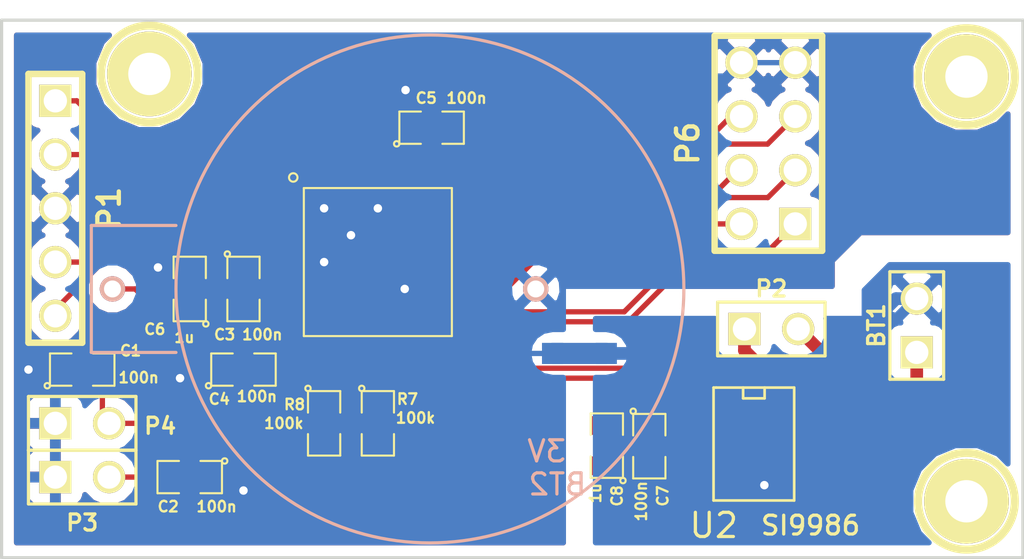
<source format=kicad_pcb>
(kicad_pcb (version 3) (host pcbnew "(2013-jul-07)-stable")

  (general
    (links 54)
    (no_connects 0)
    (area 105.8164 26.543 155.015001 54.356)
    (thickness 1.6)
    (drawings 4)
    (tracks 204)
    (zones 0)
    (modules 23)
    (nets 21)
  )

  (page A3)
  (layers
    (15 F.Cu signal)
    (0 B.Cu signal)
    (16 B.Adhes user)
    (17 F.Adhes user)
    (18 B.Paste user)
    (19 F.Paste user)
    (20 B.SilkS user)
    (21 F.SilkS user)
    (22 B.Mask user)
    (23 F.Mask user)
    (24 Dwgs.User user)
    (25 Cmts.User user)
    (26 Eco1.User user)
    (27 Eco2.User user)
    (28 Edge.Cuts user)
  )

  (setup
    (last_trace_width 0.25)
    (trace_clearance 0.22)
    (zone_clearance 0.508)
    (zone_45_only no)
    (trace_min 0.22)
    (segment_width 0.2)
    (edge_width 0.15)
    (via_size 0.9)
    (via_drill 0.4)
    (via_min_size 0.9)
    (via_min_drill 0.4)
    (uvia_size 0.508)
    (uvia_drill 0.127)
    (uvias_allowed no)
    (uvia_min_size 0.508)
    (uvia_min_drill 0.127)
    (pcb_text_width 0.3)
    (pcb_text_size 1 1)
    (mod_edge_width 0.15)
    (mod_text_size 1 1)
    (mod_text_width 0.15)
    (pad_size 1 1)
    (pad_drill 0)
    (pad_to_mask_clearance 0.1)
    (solder_mask_min_width 0.5)
    (aux_axis_origin 106.68 53.34)
    (visible_elements FFFFFFBF)
    (pcbplotparams
      (layerselection 283148289)
      (usegerberextensions true)
      (excludeedgelayer true)
      (linewidth 0.150000)
      (plotframeref false)
      (viasonmask false)
      (mode 1)
      (useauxorigin false)
      (hpglpennumber 1)
      (hpglpenspeed 20)
      (hpglpendiameter 15)
      (hpglpenoverlay 2)
      (psnegative false)
      (psa4output false)
      (plotreference true)
      (plotvalue true)
      (plotothertext true)
      (plotinvisibletext false)
      (padsonsilk false)
      (subtractmaskfromsilk false)
      (outputformat 1)
      (mirror false)
      (drillshape 0)
      (scaleselection 1)
      (outputdirectory gerber/))
  )

  (net 0 "")
  (net 1 /IO1)
  (net 2 /IO2)
  (net 3 /IO3)
  (net 4 /IO4)
  (net 5 /IO5)
  (net 6 /IO6)
  (net 7 /MA)
  (net 8 /MB)
  (net 9 AGND)
  (net 10 DGND)
  (net 11 MOTOR_A)
  (net 12 MOTOR_B)
  (net 13 RST)
  (net 14 STOP)
  (net 15 SWIM)
  (net 16 SWITCH)
  (net 17 USART_RX)
  (net 18 USART_TX)
  (net 19 VAA)
  (net 20 VDD)

  (net_class Default "This is the default net class."
    (clearance 0.22)
    (trace_width 0.25)
    (via_dia 0.9)
    (via_drill 0.4)
    (uvia_dia 0.508)
    (uvia_drill 0.127)
    (add_net "")
    (add_net /IO1)
    (add_net /IO2)
    (add_net /IO3)
    (add_net /IO4)
    (add_net /IO5)
    (add_net /IO6)
    (add_net DGND)
    (add_net MOTOR_A)
    (add_net MOTOR_B)
    (add_net RST)
    (add_net STOP)
    (add_net SWIM)
    (add_net SWITCH)
    (add_net USART_RX)
    (add_net USART_TX)
    (add_net VDD)
  )

  (net_class 1A ""
    (clearance 0.254)
    (trace_width 0.6)
    (via_dia 0.9)
    (via_drill 0.4)
    (uvia_dia 0.508)
    (uvia_drill 0.127)
    (add_net /MA)
    (add_net /MB)
    (add_net AGND)
    (add_net VAA)
  )

  (module SM0805 (layer F.Cu) (tedit 554FD48E) (tstamp 554F8F4D)
    (at 124.46 46.99 270)
    (path /554E2D7F)
    (attr smd)
    (fp_text reference R7 (at -1.143 -1.397 360) (layer F.SilkS)
      (effects (font (size 0.50038 0.50038) (thickness 0.10922)))
    )
    (fp_text value 100k (at -0.254 -1.778 360) (layer F.SilkS)
      (effects (font (size 0.50038 0.50038) (thickness 0.10922)))
    )
    (fp_circle (center -1.651 0.762) (end -1.651 0.635) (layer F.SilkS) (width 0.09906))
    (fp_line (start -0.508 0.762) (end -1.524 0.762) (layer F.SilkS) (width 0.09906))
    (fp_line (start -1.524 0.762) (end -1.524 -0.762) (layer F.SilkS) (width 0.09906))
    (fp_line (start -1.524 -0.762) (end -0.508 -0.762) (layer F.SilkS) (width 0.09906))
    (fp_line (start 0.508 -0.762) (end 1.524 -0.762) (layer F.SilkS) (width 0.09906))
    (fp_line (start 1.524 -0.762) (end 1.524 0.762) (layer F.SilkS) (width 0.09906))
    (fp_line (start 1.524 0.762) (end 0.508 0.762) (layer F.SilkS) (width 0.09906))
    (pad 1 smd rect (at -0.9525 0 270) (size 0.889 1.397)
      (layers F.Cu F.Paste F.Mask)
      (net 16 SWITCH)
    )
    (pad 2 smd rect (at 0.9525 0 270) (size 0.889 1.397)
      (layers F.Cu F.Paste F.Mask)
      (net 20 VDD)
    )
    (model smd/chip_cms.wrl
      (at (xyz 0 0 0))
      (scale (xyz 0.1 0.1 0.1))
      (rotate (xyz 0 0 0))
    )
  )

  (module SM0805 (layer F.Cu) (tedit 554FD497) (tstamp 554F8F5A)
    (at 121.92 46.99 270)
    (path /554E2DCE)
    (attr smd)
    (fp_text reference R8 (at -0.889 1.397 360) (layer F.SilkS)
      (effects (font (size 0.50038 0.50038) (thickness 0.10922)))
    )
    (fp_text value 100k (at 0 1.905 360) (layer F.SilkS)
      (effects (font (size 0.50038 0.50038) (thickness 0.10922)))
    )
    (fp_circle (center -1.651 0.762) (end -1.651 0.635) (layer F.SilkS) (width 0.09906))
    (fp_line (start -0.508 0.762) (end -1.524 0.762) (layer F.SilkS) (width 0.09906))
    (fp_line (start -1.524 0.762) (end -1.524 -0.762) (layer F.SilkS) (width 0.09906))
    (fp_line (start -1.524 -0.762) (end -0.508 -0.762) (layer F.SilkS) (width 0.09906))
    (fp_line (start 0.508 -0.762) (end 1.524 -0.762) (layer F.SilkS) (width 0.09906))
    (fp_line (start 1.524 -0.762) (end 1.524 0.762) (layer F.SilkS) (width 0.09906))
    (fp_line (start 1.524 0.762) (end 0.508 0.762) (layer F.SilkS) (width 0.09906))
    (pad 1 smd rect (at -0.9525 0 270) (size 0.889 1.397)
      (layers F.Cu F.Paste F.Mask)
      (net 14 STOP)
    )
    (pad 2 smd rect (at 0.9525 0 270) (size 0.889 1.397)
      (layers F.Cu F.Paste F.Mask)
      (net 20 VDD)
    )
    (model smd/chip_cms.wrl
      (at (xyz 0 0 0))
      (scale (xyz 0.1 0.1 0.1))
      (rotate (xyz 0 0 0))
    )
  )

  (module SM0805 (layer F.Cu) (tedit 554FD4B9) (tstamp 554F8F67)
    (at 115.57 40.64 90)
    (path /554E1C1C)
    (attr smd)
    (fp_text reference C6 (at -1.905 -1.651 180) (layer F.SilkS)
      (effects (font (size 0.50038 0.50038) (thickness 0.10922)))
    )
    (fp_text value 1u (at -2.286 -0.254 180) (layer F.SilkS)
      (effects (font (size 0.50038 0.50038) (thickness 0.10922)))
    )
    (fp_circle (center -1.651 0.762) (end -1.651 0.635) (layer F.SilkS) (width 0.09906))
    (fp_line (start -0.508 0.762) (end -1.524 0.762) (layer F.SilkS) (width 0.09906))
    (fp_line (start -1.524 0.762) (end -1.524 -0.762) (layer F.SilkS) (width 0.09906))
    (fp_line (start -1.524 -0.762) (end -0.508 -0.762) (layer F.SilkS) (width 0.09906))
    (fp_line (start 0.508 -0.762) (end 1.524 -0.762) (layer F.SilkS) (width 0.09906))
    (fp_line (start 1.524 -0.762) (end 1.524 0.762) (layer F.SilkS) (width 0.09906))
    (fp_line (start 1.524 0.762) (end 0.508 0.762) (layer F.SilkS) (width 0.09906))
    (pad 1 smd rect (at -0.9525 0 90) (size 0.889 1.397)
      (layers F.Cu F.Paste F.Mask)
      (net 20 VDD)
    )
    (pad 2 smd rect (at 0.9525 0 90) (size 0.889 1.397)
      (layers F.Cu F.Paste F.Mask)
      (net 10 DGND)
    )
    (model smd/chip_cms.wrl
      (at (xyz 0 0 0))
      (scale (xyz 0.1 0.1 0.1))
      (rotate (xyz 0 0 0))
    )
  )

  (module SM0805 (layer F.Cu) (tedit 554FD502) (tstamp 554F8F74)
    (at 127 33.02)
    (path /554E1BFD)
    (attr smd)
    (fp_text reference C5 (at -0.254 -1.397) (layer F.SilkS)
      (effects (font (size 0.50038 0.50038) (thickness 0.10922)))
    )
    (fp_text value 100n (at 1.651 -1.397) (layer F.SilkS)
      (effects (font (size 0.50038 0.50038) (thickness 0.10922)))
    )
    (fp_circle (center -1.651 0.762) (end -1.651 0.635) (layer F.SilkS) (width 0.09906))
    (fp_line (start -0.508 0.762) (end -1.524 0.762) (layer F.SilkS) (width 0.09906))
    (fp_line (start -1.524 0.762) (end -1.524 -0.762) (layer F.SilkS) (width 0.09906))
    (fp_line (start -1.524 -0.762) (end -0.508 -0.762) (layer F.SilkS) (width 0.09906))
    (fp_line (start 0.508 -0.762) (end 1.524 -0.762) (layer F.SilkS) (width 0.09906))
    (fp_line (start 1.524 -0.762) (end 1.524 0.762) (layer F.SilkS) (width 0.09906))
    (fp_line (start 1.524 0.762) (end 0.508 0.762) (layer F.SilkS) (width 0.09906))
    (pad 1 smd rect (at -0.9525 0) (size 0.889 1.397)
      (layers F.Cu F.Paste F.Mask)
      (net 10 DGND)
    )
    (pad 2 smd rect (at 0.9525 0) (size 0.889 1.397)
      (layers F.Cu F.Paste F.Mask)
      (net 20 VDD)
    )
    (model smd/chip_cms.wrl
      (at (xyz 0 0 0))
      (scale (xyz 0.1 0.1 0.1))
      (rotate (xyz 0 0 0))
    )
  )

  (module SM0805 (layer F.Cu) (tedit 554FD4A7) (tstamp 554F8F81)
    (at 118.11 44.45)
    (path /554E1C0E)
    (attr smd)
    (fp_text reference C4 (at -1.143 1.397) (layer F.SilkS)
      (effects (font (size 0.50038 0.50038) (thickness 0.10922)))
    )
    (fp_text value 100n (at 0.635 1.27) (layer F.SilkS)
      (effects (font (size 0.50038 0.50038) (thickness 0.10922)))
    )
    (fp_circle (center -1.651 0.762) (end -1.651 0.635) (layer F.SilkS) (width 0.09906))
    (fp_line (start -0.508 0.762) (end -1.524 0.762) (layer F.SilkS) (width 0.09906))
    (fp_line (start -1.524 0.762) (end -1.524 -0.762) (layer F.SilkS) (width 0.09906))
    (fp_line (start -1.524 -0.762) (end -0.508 -0.762) (layer F.SilkS) (width 0.09906))
    (fp_line (start 0.508 -0.762) (end 1.524 -0.762) (layer F.SilkS) (width 0.09906))
    (fp_line (start 1.524 -0.762) (end 1.524 0.762) (layer F.SilkS) (width 0.09906))
    (fp_line (start 1.524 0.762) (end 0.508 0.762) (layer F.SilkS) (width 0.09906))
    (pad 1 smd rect (at -0.9525 0) (size 0.889 1.397)
      (layers F.Cu F.Paste F.Mask)
      (net 10 DGND)
    )
    (pad 2 smd rect (at 0.9525 0) (size 0.889 1.397)
      (layers F.Cu F.Paste F.Mask)
      (net 20 VDD)
    )
    (model smd/chip_cms.wrl
      (at (xyz 0 0 0))
      (scale (xyz 0.1 0.1 0.1))
      (rotate (xyz 0 0 0))
    )
  )

  (module SM0805 (layer F.Cu) (tedit 554FD4CC) (tstamp 554F8F8E)
    (at 118.11 40.64 270)
    (path /554E1C14)
    (attr smd)
    (fp_text reference C3 (at 2.159 0.889 360) (layer F.SilkS)
      (effects (font (size 0.50038 0.50038) (thickness 0.10922)))
    )
    (fp_text value 100n (at 2.159 -0.889 360) (layer F.SilkS)
      (effects (font (size 0.50038 0.50038) (thickness 0.10922)))
    )
    (fp_circle (center -1.651 0.762) (end -1.651 0.635) (layer F.SilkS) (width 0.09906))
    (fp_line (start -0.508 0.762) (end -1.524 0.762) (layer F.SilkS) (width 0.09906))
    (fp_line (start -1.524 0.762) (end -1.524 -0.762) (layer F.SilkS) (width 0.09906))
    (fp_line (start -1.524 -0.762) (end -0.508 -0.762) (layer F.SilkS) (width 0.09906))
    (fp_line (start 0.508 -0.762) (end 1.524 -0.762) (layer F.SilkS) (width 0.09906))
    (fp_line (start 1.524 -0.762) (end 1.524 0.762) (layer F.SilkS) (width 0.09906))
    (fp_line (start 1.524 0.762) (end 0.508 0.762) (layer F.SilkS) (width 0.09906))
    (pad 1 smd rect (at -0.9525 0 270) (size 0.889 1.397)
      (layers F.Cu F.Paste F.Mask)
      (net 10 DGND)
    )
    (pad 2 smd rect (at 0.9525 0 270) (size 0.889 1.397)
      (layers F.Cu F.Paste F.Mask)
      (net 20 VDD)
    )
    (model smd/chip_cms.wrl
      (at (xyz 0 0 0))
      (scale (xyz 0.1 0.1 0.1))
      (rotate (xyz 0 0 0))
    )
  )

  (module SM0805 (layer F.Cu) (tedit 554FD4E2) (tstamp 554F8F9B)
    (at 110.49 44.45)
    (path /554E30C0)
    (attr smd)
    (fp_text reference C1 (at 2.286 -0.889) (layer F.SilkS)
      (effects (font (size 0.50038 0.50038) (thickness 0.10922)))
    )
    (fp_text value 100n (at 2.667 0.381) (layer F.SilkS)
      (effects (font (size 0.50038 0.50038) (thickness 0.10922)))
    )
    (fp_circle (center -1.651 0.762) (end -1.651 0.635) (layer F.SilkS) (width 0.09906))
    (fp_line (start -0.508 0.762) (end -1.524 0.762) (layer F.SilkS) (width 0.09906))
    (fp_line (start -1.524 0.762) (end -1.524 -0.762) (layer F.SilkS) (width 0.09906))
    (fp_line (start -1.524 -0.762) (end -0.508 -0.762) (layer F.SilkS) (width 0.09906))
    (fp_line (start 0.508 -0.762) (end 1.524 -0.762) (layer F.SilkS) (width 0.09906))
    (fp_line (start 1.524 -0.762) (end 1.524 0.762) (layer F.SilkS) (width 0.09906))
    (fp_line (start 1.524 0.762) (end 0.508 0.762) (layer F.SilkS) (width 0.09906))
    (pad 1 smd rect (at -0.9525 0) (size 0.889 1.397)
      (layers F.Cu F.Paste F.Mask)
      (net 10 DGND)
    )
    (pad 2 smd rect (at 0.9525 0) (size 0.889 1.397)
      (layers F.Cu F.Paste F.Mask)
      (net 14 STOP)
    )
    (model smd/chip_cms.wrl
      (at (xyz 0 0 0))
      (scale (xyz 0.1 0.1 0.1))
      (rotate (xyz 0 0 0))
    )
  )

  (module SM0805 (layer F.Cu) (tedit 554FD4D8) (tstamp 554F8FA8)
    (at 115.57 49.53 180)
    (path /554E30C6)
    (attr smd)
    (fp_text reference C2 (at 1.016 -1.397 180) (layer F.SilkS)
      (effects (font (size 0.50038 0.50038) (thickness 0.10922)))
    )
    (fp_text value 100n (at -1.27 -1.397 180) (layer F.SilkS)
      (effects (font (size 0.50038 0.50038) (thickness 0.10922)))
    )
    (fp_circle (center -1.651 0.762) (end -1.651 0.635) (layer F.SilkS) (width 0.09906))
    (fp_line (start -0.508 0.762) (end -1.524 0.762) (layer F.SilkS) (width 0.09906))
    (fp_line (start -1.524 0.762) (end -1.524 -0.762) (layer F.SilkS) (width 0.09906))
    (fp_line (start -1.524 -0.762) (end -0.508 -0.762) (layer F.SilkS) (width 0.09906))
    (fp_line (start 0.508 -0.762) (end 1.524 -0.762) (layer F.SilkS) (width 0.09906))
    (fp_line (start 1.524 -0.762) (end 1.524 0.762) (layer F.SilkS) (width 0.09906))
    (fp_line (start 1.524 0.762) (end 0.508 0.762) (layer F.SilkS) (width 0.09906))
    (pad 1 smd rect (at -0.9525 0 180) (size 0.889 1.397)
      (layers F.Cu F.Paste F.Mask)
      (net 10 DGND)
    )
    (pad 2 smd rect (at 0.9525 0 180) (size 0.889 1.397)
      (layers F.Cu F.Paste F.Mask)
      (net 16 SWITCH)
    )
    (model smd/chip_cms.wrl
      (at (xyz 0 0 0))
      (scale (xyz 0.1 0.1 0.1))
      (rotate (xyz 0 0 0))
    )
  )

  (module PIN_ARRAY_5x1 (layer F.Cu) (tedit 5550779A) (tstamp 554F9003)
    (at 109.22 36.83 270)
    (descr "Double rangee de contacts 2 x 5 pins")
    (tags CONN)
    (path /554E3646)
    (fp_text reference P1 (at 0 -2.54 270) (layer F.SilkS)
      (effects (font (size 1.016 1.016) (thickness 0.2032)))
    )
    (fp_text value ISP (at 0 2.54 270) (layer F.SilkS) hide
      (effects (font (size 1.016 1.016) (thickness 0.2032)))
    )
    (fp_line (start -6.35 -1.27) (end -6.35 1.27) (layer F.SilkS) (width 0.3048))
    (fp_line (start 6.35 1.27) (end 6.35 -1.27) (layer F.SilkS) (width 0.3048))
    (fp_line (start -6.35 -1.27) (end 6.35 -1.27) (layer F.SilkS) (width 0.3048))
    (fp_line (start 6.35 1.27) (end -6.35 1.27) (layer F.SilkS) (width 0.3048))
    (pad 1 thru_hole rect (at -5.08 0 270) (size 1.524 1.524) (drill 1.1)
      (layers *.Cu *.Mask F.SilkS)
      (net 17 USART_RX)
    )
    (pad 2 thru_hole circle (at -2.54 0 270) (size 1.524 1.524) (drill 1.1)
      (layers *.Cu *.Mask F.SilkS)
      (net 18 USART_TX)
    )
    (pad 3 thru_hole circle (at 0 0 270) (size 1.524 1.524) (drill 1.1)
      (layers *.Cu *.Mask F.SilkS)
      (net 10 DGND)
    )
    (pad 4 thru_hole circle (at 2.54 0 270) (size 1.524 1.524) (drill 1.1)
      (layers *.Cu *.Mask F.SilkS)
      (net 15 SWIM)
    )
    (pad 5 thru_hole circle (at 5.08 0 270) (size 1.524 1.524) (drill 1.1)
      (layers *.Cu *.Mask F.SilkS)
      (net 13 RST)
    )
    (model pin_array/pins_array_5x1.wrl
      (at (xyz 0 0 0))
      (scale (xyz 1 1 1))
      (rotate (xyz 0 0 0))
    )
  )

  (module PIN_ARRAY_2X1 (layer F.Cu) (tedit 555077BB) (tstamp 554F900D)
    (at 110.49 46.99)
    (descr "Connecteurs 2 pins")
    (tags "CONN DEV")
    (path /554E1FD0)
    (fp_text reference P4 (at 3.683 0.127) (layer F.SilkS)
      (effects (font (size 0.762 0.762) (thickness 0.1524)))
    )
    (fp_text value STOP (at 0 -1.905) (layer F.SilkS) hide
      (effects (font (size 0.762 0.762) (thickness 0.1524)))
    )
    (fp_line (start -2.54 1.27) (end -2.54 -1.27) (layer F.SilkS) (width 0.1524))
    (fp_line (start -2.54 -1.27) (end 2.54 -1.27) (layer F.SilkS) (width 0.1524))
    (fp_line (start 2.54 -1.27) (end 2.54 1.27) (layer F.SilkS) (width 0.1524))
    (fp_line (start 2.54 1.27) (end -2.54 1.27) (layer F.SilkS) (width 0.1524))
    (pad 1 thru_hole rect (at -1.27 0) (size 1.524 1.524) (drill 1.1)
      (layers *.Cu *.Mask F.SilkS)
      (net 10 DGND)
    )
    (pad 2 thru_hole circle (at 1.27 0) (size 1.524 1.524) (drill 1.1)
      (layers *.Cu *.Mask F.SilkS)
      (net 14 STOP)
    )
    (model pin_array/pins_array_2x1.wrl
      (at (xyz 0 0 0))
      (scale (xyz 1 1 1))
      (rotate (xyz 0 0 0))
    )
  )

  (module PIN_ARRAY_2X1 (layer F.Cu) (tedit 555077CE) (tstamp 554F9017)
    (at 110.49 49.53)
    (descr "Connecteurs 2 pins")
    (tags "CONN DEV")
    (path /554E1FCA)
    (fp_text reference P3 (at 0 2.159) (layer F.SilkS)
      (effects (font (size 0.762 0.762) (thickness 0.1524)))
    )
    (fp_text value SWITCH (at 0 -1.905) (layer F.SilkS) hide
      (effects (font (size 0.762 0.762) (thickness 0.1524)))
    )
    (fp_line (start -2.54 1.27) (end -2.54 -1.27) (layer F.SilkS) (width 0.1524))
    (fp_line (start -2.54 -1.27) (end 2.54 -1.27) (layer F.SilkS) (width 0.1524))
    (fp_line (start 2.54 -1.27) (end 2.54 1.27) (layer F.SilkS) (width 0.1524))
    (fp_line (start 2.54 1.27) (end -2.54 1.27) (layer F.SilkS) (width 0.1524))
    (pad 1 thru_hole rect (at -1.27 0) (size 1.524 1.524) (drill 1.1)
      (layers *.Cu *.Mask F.SilkS)
      (net 10 DGND)
    )
    (pad 2 thru_hole circle (at 1.27 0) (size 1.524 1.524) (drill 1.1)
      (layers *.Cu *.Mask F.SilkS)
      (net 16 SWITCH)
    )
    (model pin_array/pins_array_2x1.wrl
      (at (xyz 0 0 0))
      (scale (xyz 1 1 1))
      (rotate (xyz 0 0 0))
    )
  )

  (module PIN_ARRAY_2X1 (layer F.Cu) (tedit 555077E6) (tstamp 554F9021)
    (at 149.9235 42.3672 90)
    (descr "Connecteurs 2 pins")
    (tags "CONN DEV")
    (path /554E16AB)
    (fp_text reference BT1 (at 0 -1.905 90) (layer F.SilkS)
      (effects (font (size 0.762 0.762) (thickness 0.1524)))
    )
    (fp_text value 4.5V (at 0 -1.905 90) (layer F.SilkS) hide
      (effects (font (size 0.762 0.762) (thickness 0.1524)))
    )
    (fp_line (start -2.54 1.27) (end -2.54 -1.27) (layer F.SilkS) (width 0.1524))
    (fp_line (start -2.54 -1.27) (end 2.54 -1.27) (layer F.SilkS) (width 0.1524))
    (fp_line (start 2.54 -1.27) (end 2.54 1.27) (layer F.SilkS) (width 0.1524))
    (fp_line (start 2.54 1.27) (end -2.54 1.27) (layer F.SilkS) (width 0.1524))
    (pad 1 thru_hole rect (at -1.27 0 90) (size 1.524 1.524) (drill 1.1)
      (layers *.Cu *.Mask F.SilkS)
      (net 19 VAA)
    )
    (pad 2 thru_hole circle (at 1.27 0 90) (size 1.524 1.524) (drill 1.1)
      (layers *.Cu *.Mask F.SilkS)
      (net 9 AGND)
    )
    (model pin_array/pins_array_2x1.wrl
      (at (xyz 0 0 0))
      (scale (xyz 1 1 1))
      (rotate (xyz 0 0 0))
    )
  )

  (module PIN_ARRAY_2X1 (layer F.Cu) (tedit 555077DB) (tstamp 554F902B)
    (at 143.0528 42.5323)
    (descr "Connecteurs 2 pins")
    (tags "CONN DEV")
    (path /554E141C)
    (fp_text reference P2 (at 0 -1.905) (layer F.SilkS)
      (effects (font (size 0.762 0.762) (thickness 0.1524)))
    )
    (fp_text value MOTOR (at 0 -1.905) (layer F.SilkS) hide
      (effects (font (size 0.762 0.762) (thickness 0.1524)))
    )
    (fp_line (start -2.54 1.27) (end -2.54 -1.27) (layer F.SilkS) (width 0.1524))
    (fp_line (start -2.54 -1.27) (end 2.54 -1.27) (layer F.SilkS) (width 0.1524))
    (fp_line (start 2.54 -1.27) (end 2.54 1.27) (layer F.SilkS) (width 0.1524))
    (fp_line (start 2.54 1.27) (end -2.54 1.27) (layer F.SilkS) (width 0.1524))
    (pad 1 thru_hole rect (at -1.27 0) (size 1.524 1.524) (drill 1.1)
      (layers *.Cu *.Mask F.SilkS)
      (net 7 /MA)
    )
    (pad 2 thru_hole circle (at 1.27 0) (size 1.524 1.524) (drill 1.1)
      (layers *.Cu *.Mask F.SilkS)
      (net 8 /MB)
    )
    (model pin_array/pins_array_2x1.wrl
      (at (xyz 0 0 0))
      (scale (xyz 1 1 1))
      (rotate (xyz 0 0 0))
    )
  )

  (module LQFP48 (layer F.Cu) (tedit 554FD509) (tstamp 554F9064)
    (at 124.46 39.37)
    (path /554E0BF0)
    (attr smd)
    (fp_text reference U1 (at -4.191 -4.191) (layer Cmts.User)
      (effects (font (size 0.508 0.508) (thickness 0.1016)))
    )
    (fp_text value STM8L152C (at 0 0.381) (layer Cmts.User) hide
      (effects (font (size 0.508 0.508) (thickness 0.1016)))
    )
    (fp_circle (center -3.99796 -3.99796) (end -3.99796 -4.19862) (layer F.SilkS) (width 0.09906))
    (fp_line (start -3.49758 -3.49758) (end -3.49758 3.49758) (layer F.SilkS) (width 0.09906))
    (fp_line (start -3.49758 3.49758) (end 3.49758 3.49758) (layer F.SilkS) (width 0.09906))
    (fp_line (start 3.49758 3.49758) (end 3.49758 -3.49758) (layer F.SilkS) (width 0.09906))
    (fp_line (start 3.49758 -3.49758) (end -3.49758 -3.49758) (layer F.SilkS) (width 0.09906))
    (pad 12 smd rect (at -4.09702 2.74828) (size 0.8001 0.24892)
      (layers F.Cu F.Paste F.Mask)
      (net 20 VDD)
    )
    (pad 11 smd rect (at -4.09702 2.2479) (size 0.8001 0.25146)
      (layers F.Cu F.Paste F.Mask)
      (net 20 VDD)
    )
    (pad 10 smd rect (at -4.09702 1.74752) (size 0.8001 0.25146)
      (layers F.Cu F.Paste F.Mask)
      (net 20 VDD)
    )
    (pad 9 smd rect (at -4.09702 1.24714) (size 0.8001 0.25146)
      (layers F.Cu F.Paste F.Mask)
      (net 10 DGND)
    )
    (pad 8 smd rect (at -4.09702 0.7493) (size 0.8001 0.24892)
      (layers F.Cu F.Paste F.Mask)
    )
    (pad 7 smd rect (at -4.09702 0.24892) (size 0.8001 0.24892)
      (layers F.Cu F.Paste F.Mask)
    )
    (pad 6 smd rect (at -4.09702 -0.24892) (size 0.8001 0.24892)
      (layers F.Cu F.Paste F.Mask)
    )
    (pad 5 smd rect (at -4.09702 -0.7493) (size 0.8001 0.24892)
      (layers F.Cu F.Paste F.Mask)
    )
    (pad 4 smd rect (at -4.09702 -1.24714) (size 0.8001 0.25146)
      (layers F.Cu F.Paste F.Mask)
    )
    (pad 3 smd rect (at -4.09702 -1.74752) (size 0.8001 0.25146)
      (layers F.Cu F.Paste F.Mask)
    )
    (pad 2 smd rect (at -4.09702 -2.2479) (size 0.8001 0.25146)
      (layers F.Cu F.Paste F.Mask)
      (net 13 RST)
    )
    (pad 1 smd rect (at -4.09702 -2.74828) (size 0.8001 0.24892)
      (layers F.Cu F.Paste F.Mask)
      (net 15 SWIM)
    )
    (pad 48 smd rect (at -2.74828 -4.09702) (size 0.24892 0.8001)
      (layers F.Cu F.Paste F.Mask)
    )
    (pad 47 smd rect (at -2.2479 -4.09702) (size 0.25146 0.8001)
      (layers F.Cu F.Paste F.Mask)
    )
    (pad 46 smd rect (at -1.74752 -4.09702) (size 0.25146 0.8001)
      (layers F.Cu F.Paste F.Mask)
    )
    (pad 45 smd rect (at -1.24714 -4.09702) (size 0.25146 0.8001)
      (layers F.Cu F.Paste F.Mask)
    )
    (pad 44 smd rect (at -0.7493 -4.09702) (size 0.24892 0.8001)
      (layers F.Cu F.Paste F.Mask)
    )
    (pad 43 smd rect (at -0.24892 -4.09702) (size 0.24892 0.8001)
      (layers F.Cu F.Paste F.Mask)
    )
    (pad 42 smd rect (at 0.24892 -4.09702) (size 0.24892 0.8001)
      (layers F.Cu F.Paste F.Mask)
      (net 18 USART_TX)
    )
    (pad 41 smd rect (at 0.7493 -4.09702) (size 0.24892 0.8001)
      (layers F.Cu F.Paste F.Mask)
      (net 17 USART_RX)
    )
    (pad 40 smd rect (at 1.24714 -4.09702) (size 0.25146 0.8001)
      (layers F.Cu F.Paste F.Mask)
      (net 10 DGND)
    )
    (pad 39 smd rect (at 1.74752 -4.09702) (size 0.25146 0.8001)
      (layers F.Cu F.Paste F.Mask)
      (net 20 VDD)
    )
    (pad 38 smd rect (at 2.2479 -4.09702) (size 0.25146 0.8001)
      (layers F.Cu F.Paste F.Mask)
    )
    (pad 37 smd rect (at 2.74828 -4.09702) (size 0.24892 0.8001)
      (layers F.Cu F.Paste F.Mask)
    )
    (pad 25 smd rect (at 4.09702 2.74828) (size 0.8001 0.24892)
      (layers F.Cu F.Paste F.Mask)
      (net 11 MOTOR_A)
    )
    (pad 26 smd rect (at 4.09702 2.2479) (size 0.8001 0.25146)
      (layers F.Cu F.Paste F.Mask)
      (net 1 /IO1)
    )
    (pad 27 smd rect (at 4.09702 1.74752) (size 0.8001 0.25146)
      (layers F.Cu F.Paste F.Mask)
      (net 2 /IO2)
    )
    (pad 28 smd rect (at 4.09702 1.24714) (size 0.8001 0.25146)
      (layers F.Cu F.Paste F.Mask)
      (net 3 /IO3)
    )
    (pad 29 smd rect (at 4.09702 0.7493) (size 0.8001 0.24892)
      (layers F.Cu F.Paste F.Mask)
      (net 4 /IO4)
    )
    (pad 30 smd rect (at 4.09702 0.24892) (size 0.8001 0.24892)
      (layers F.Cu F.Paste F.Mask)
      (net 5 /IO5)
    )
    (pad 31 smd rect (at 4.09702 -0.24892) (size 0.8001 0.24892)
      (layers F.Cu F.Paste F.Mask)
      (net 6 /IO6)
    )
    (pad 32 smd rect (at 4.09702 -0.7493) (size 0.8001 0.24892)
      (layers F.Cu F.Paste F.Mask)
    )
    (pad 33 smd rect (at 4.09702 -1.24714) (size 0.8001 0.25146)
      (layers F.Cu F.Paste F.Mask)
    )
    (pad 34 smd rect (at 4.09702 -1.74752) (size 0.8001 0.25146)
      (layers F.Cu F.Paste F.Mask)
    )
    (pad 35 smd rect (at 4.09702 -2.2479) (size 0.8001 0.25146)
      (layers F.Cu F.Paste F.Mask)
    )
    (pad 36 smd rect (at 4.09702 -2.74828) (size 0.8001 0.24892)
      (layers F.Cu F.Paste F.Mask)
    )
    (pad 13 smd rect (at -2.74828 4.09702) (size 0.24892 0.8001)
      (layers F.Cu F.Paste F.Mask)
      (net 20 VDD)
    )
    (pad 14 smd rect (at -2.2479 4.09702) (size 0.25146 0.8001)
      (layers F.Cu F.Paste F.Mask)
      (net 14 STOP)
    )
    (pad 15 smd rect (at -1.74752 4.09702) (size 0.25146 0.8001)
      (layers F.Cu F.Paste F.Mask)
    )
    (pad 16 smd rect (at -1.24714 4.09702) (size 0.25146 0.8001)
      (layers F.Cu F.Paste F.Mask)
    )
    (pad 17 smd rect (at -0.7493 4.09702) (size 0.24892 0.8001)
      (layers F.Cu F.Paste F.Mask)
    )
    (pad 18 smd rect (at -0.24892 4.09702) (size 0.24892 0.8001)
      (layers F.Cu F.Paste F.Mask)
    )
    (pad 19 smd rect (at 0.24892 4.09702) (size 0.24892 0.8001)
      (layers F.Cu F.Paste F.Mask)
      (net 16 SWITCH)
    )
    (pad 20 smd rect (at 0.7493 4.09702) (size 0.24892 0.8001)
      (layers F.Cu F.Paste F.Mask)
    )
    (pad 21 smd rect (at 1.24714 4.09702) (size 0.25146 0.8001)
      (layers F.Cu F.Paste F.Mask)
    )
    (pad 22 smd rect (at 1.74752 4.09702) (size 0.25146 0.8001)
      (layers F.Cu F.Paste F.Mask)
    )
    (pad 23 smd rect (at 2.2479 4.09702) (size 0.25146 0.8001)
      (layers F.Cu F.Paste F.Mask)
    )
    (pad 24 smd rect (at 2.74828 4.09702) (size 0.24892 0.8001)
      (layers F.Cu F.Paste F.Mask)
      (net 12 MOTOR_B)
    )
  )

  (module BH800 (layer B.Cu) (tedit 554FD3A9) (tstamp 554F9075)
    (at 121.92 40.64)
    (path /554E341F)
    (fp_text reference BT2 (at 11.0236 9.2329) (layer B.SilkS)
      (effects (font (size 1 1) (thickness 0.15)) (justify mirror))
    )
    (fp_text value 3V (at 10.5156 7.6708) (layer B.SilkS)
      (effects (font (size 1 1) (thickness 0.15)) (justify mirror))
    )
    (fp_line (start -7 3) (end -11 3) (layer B.SilkS) (width 0.15))
    (fp_line (start -11 3) (end -11 -3) (layer B.SilkS) (width 0.15))
    (fp_line (start -11 -3) (end -7 -3) (layer B.SilkS) (width 0.15))
    (fp_circle (center 5 0) (end 17 0) (layer B.SilkS) (width 0.15))
    (pad 1 thru_hole circle (at -10 0) (size 1.2 1.2) (drill 0.8)
      (layers *.Cu *.Mask B.SilkS)
      (net 20 VDD)
    )
    (pad 2 thru_hole circle (at 10 0) (size 1.2 1.2) (drill 0.8)
      (layers *.Cu *.Mask B.SilkS)
      (net 10 DGND)
    )
  )

  (module 1pin (layer F.Cu) (tedit 555055E4) (tstamp 55504DA3)
    (at 152.273 30.607)
    (descr "module 1 pin (ou trou mecanique de percage)")
    (tags DEV)
    (path 1pin)
    (fp_text reference "" (at -4.826 -0.381) (layer F.SilkS)
      (effects (font (size 1.016 1.016) (thickness 0.254)))
    )
    (fp_text value P*** (at 0 2.794) (layer F.SilkS) hide
      (effects (font (size 1.016 1.016) (thickness 0.254)))
    )
    (fp_circle (center 0 0) (end 0 -2.286) (layer F.SilkS) (width 0.381))
    (pad "" thru_hole circle (at 0 0) (size 4 4) (drill 2)
      (layers *.Cu *.Mask F.SilkS)
    )
  )

  (module 1pin (layer F.Cu) (tedit 555055E6) (tstamp 55504DF7)
    (at 152.273 50.673)
    (descr "module 1 pin (ou trou mecanique de percage)")
    (tags DEV)
    (path 1pin)
    (fp_text reference "" (at 0 -3.048) (layer F.SilkS)
      (effects (font (size 1.016 1.016) (thickness 0.254)))
    )
    (fp_text value P*** (at 0 2.794) (layer F.SilkS) hide
      (effects (font (size 1.016 1.016) (thickness 0.254)))
    )
    (fp_circle (center 0 0) (end 0 -2.286) (layer F.SilkS) (width 0.381))
    (pad "" thru_hole circle (at 0 0) (size 4 4) (drill 2)
      (layers *.Cu *.Mask F.SilkS)
    )
  )

  (module 1pin (layer F.Cu) (tedit 555055E0) (tstamp 55504E10)
    (at 113.665 30.48)
    (descr "module 1 pin (ou trou mecanique de percage)")
    (tags DEV)
    (path 1pin)
    (fp_text reference "" (at 0 -3.048) (layer F.SilkS)
      (effects (font (size 1.016 1.016) (thickness 0.254)))
    )
    (fp_text value P*** (at 0 2.794) (layer F.SilkS) hide
      (effects (font (size 1.016 1.016) (thickness 0.254)))
    )
    (fp_circle (center 0 0) (end 0 -2.286) (layer F.SilkS) (width 0.381))
    (pad "" thru_hole circle (at 0 0) (size 4 4) (drill 2)
      (layers *.Cu *.Mask F.SilkS)
    )
  )

  (module SO8E (layer F.Cu) (tedit 5552564F) (tstamp 55523AE4)
    (at 142.2273 47.9679 270)
    (descr "module CMS SOJ 8 pins etroit")
    (tags "CMS SOJ")
    (path /5552326F)
    (attr smd)
    (fp_text reference U2 (at 3.8481 1.8923 360) (layer F.SilkS)
      (effects (font (size 1.143 1.143) (thickness 0.1524)))
    )
    (fp_text value SI9986 (at 3.8481 -2.6797 360) (layer F.SilkS)
      (effects (font (size 0.889 0.889) (thickness 0.1524)))
    )
    (fp_line (start -2.667 1.778) (end -2.667 1.905) (layer F.SilkS) (width 0.127))
    (fp_line (start -2.667 1.905) (end 2.667 1.905) (layer F.SilkS) (width 0.127))
    (fp_line (start 2.667 -1.905) (end -2.667 -1.905) (layer F.SilkS) (width 0.127))
    (fp_line (start -2.667 -1.905) (end -2.667 1.778) (layer F.SilkS) (width 0.127))
    (fp_line (start -2.667 -0.508) (end -2.159 -0.508) (layer F.SilkS) (width 0.127))
    (fp_line (start -2.159 -0.508) (end -2.159 0.508) (layer F.SilkS) (width 0.127))
    (fp_line (start -2.159 0.508) (end -2.667 0.508) (layer F.SilkS) (width 0.127))
    (fp_line (start 2.667 -1.905) (end 2.667 1.905) (layer F.SilkS) (width 0.127))
    (pad 8 smd rect (at -1.905 -2.667 270) (size 0.59944 1.39954)
      (layers F.Cu F.Paste F.Mask)
      (net 7 /MA)
    )
    (pad 1 smd rect (at -1.905 2.667 270) (size 0.59944 1.39954)
      (layers F.Cu F.Paste F.Mask)
      (net 9 AGND)
    )
    (pad 7 smd rect (at -0.635 -2.667 270) (size 0.59944 1.39954)
      (layers F.Cu F.Paste F.Mask)
      (net 11 MOTOR_A)
    )
    (pad 6 smd rect (at 0.635 -2.667 270) (size 0.59944 1.39954)
      (layers F.Cu F.Paste F.Mask)
      (net 12 MOTOR_B)
    )
    (pad 5 smd rect (at 1.905 -2.667 270) (size 0.59944 1.39954)
      (layers F.Cu F.Paste F.Mask)
      (net 8 /MB)
    )
    (pad 2 smd rect (at -0.635 2.667 270) (size 0.59944 1.39954)
      (layers F.Cu F.Paste F.Mask)
      (net 9 AGND)
    )
    (pad 3 smd rect (at 0.635 2.667 270) (size 0.59944 1.39954)
      (layers F.Cu F.Paste F.Mask)
      (net 19 VAA)
    )
    (pad 4 smd rect (at 1.905 2.667 270) (size 0.59944 1.39954)
      (layers F.Cu F.Paste F.Mask)
      (net 9 AGND)
    )
    (model smd/cms_so8.wrl
      (at (xyz 0 0 0))
      (scale (xyz 0.5 0.32 0.5))
      (rotate (xyz 0 0 0))
    )
  )

  (module SM0805 (layer F.Cu) (tedit 5552562B) (tstamp 55523AF1)
    (at 135.2804 48.0441 90)
    (path /555234ED)
    (attr smd)
    (fp_text reference C8 (at -2.3749 0.4826 90) (layer F.SilkS)
      (effects (font (size 0.50038 0.50038) (thickness 0.10922)))
    )
    (fp_text value 1u (at -2.2479 -0.5334 90) (layer F.SilkS)
      (effects (font (size 0.50038 0.50038) (thickness 0.10922)))
    )
    (fp_circle (center -1.651 0.762) (end -1.651 0.635) (layer F.SilkS) (width 0.09906))
    (fp_line (start -0.508 0.762) (end -1.524 0.762) (layer F.SilkS) (width 0.09906))
    (fp_line (start -1.524 0.762) (end -1.524 -0.762) (layer F.SilkS) (width 0.09906))
    (fp_line (start -1.524 -0.762) (end -0.508 -0.762) (layer F.SilkS) (width 0.09906))
    (fp_line (start 0.508 -0.762) (end 1.524 -0.762) (layer F.SilkS) (width 0.09906))
    (fp_line (start 1.524 -0.762) (end 1.524 0.762) (layer F.SilkS) (width 0.09906))
    (fp_line (start 1.524 0.762) (end 0.508 0.762) (layer F.SilkS) (width 0.09906))
    (pad 1 smd rect (at -0.9525 0 90) (size 0.889 1.397)
      (layers F.Cu F.Paste F.Mask)
      (net 19 VAA)
    )
    (pad 2 smd rect (at 0.9525 0 90) (size 0.889 1.397)
      (layers F.Cu F.Paste F.Mask)
      (net 9 AGND)
    )
    (model smd/chip_cms.wrl
      (at (xyz 0 0 0))
      (scale (xyz 0.1 0.1 0.1))
      (rotate (xyz 0 0 0))
    )
  )

  (module SM0805 (layer F.Cu) (tedit 55525622) (tstamp 55523AFE)
    (at 137.287 48.0695 270)
    (path /555234F3)
    (attr smd)
    (fp_text reference C7 (at 2.3495 -0.635 270) (layer F.SilkS)
      (effects (font (size 0.50038 0.50038) (thickness 0.10922)))
    )
    (fp_text value 100n (at 2.6035 0.381 270) (layer F.SilkS)
      (effects (font (size 0.50038 0.50038) (thickness 0.10922)))
    )
    (fp_circle (center -1.651 0.762) (end -1.651 0.635) (layer F.SilkS) (width 0.09906))
    (fp_line (start -0.508 0.762) (end -1.524 0.762) (layer F.SilkS) (width 0.09906))
    (fp_line (start -1.524 0.762) (end -1.524 -0.762) (layer F.SilkS) (width 0.09906))
    (fp_line (start -1.524 -0.762) (end -0.508 -0.762) (layer F.SilkS) (width 0.09906))
    (fp_line (start 0.508 -0.762) (end 1.524 -0.762) (layer F.SilkS) (width 0.09906))
    (fp_line (start 1.524 -0.762) (end 1.524 0.762) (layer F.SilkS) (width 0.09906))
    (fp_line (start 1.524 0.762) (end 0.508 0.762) (layer F.SilkS) (width 0.09906))
    (pad 1 smd rect (at -0.9525 0 270) (size 0.889 1.397)
      (layers F.Cu F.Paste F.Mask)
      (net 9 AGND)
    )
    (pad 2 smd rect (at 0.9525 0 270) (size 0.889 1.397)
      (layers F.Cu F.Paste F.Mask)
      (net 19 VAA)
    )
    (model smd/chip_cms.wrl
      (at (xyz 0 0 0))
      (scale (xyz 0.1 0.1 0.1))
      (rotate (xyz 0 0 0))
    )
  )

  (module Bridge (layer B.Cu) (tedit 555252A9) (tstamp 55523B13)
    (at 133.985 43.688 180)
    (path /554E3523)
    (fp_text reference "" (at 0 1.27 180) (layer B.SilkS)
      (effects (font (size 1 1) (thickness 0.15)) (justify mirror))
    )
    (fp_text value "" (at 7.1755 1.1557 180) (layer B.SilkS)
      (effects (font (size 1 1) (thickness 0.15)) (justify mirror))
    )
    (fp_line (start -1.27 0) (end 1.27 0) (layer B.Cu) (width 1))
    (pad 1 smd rect (at -1.27 0 180) (size 1 1)
      (layers B.Cu)
      (net 9 AGND)
      (clearance 0.001)
      (zone_connect 2)
      (thermal_width 0.00001)
      (thermal_gap 0.00001)
    )
    (pad 2 smd rect (at 1.27 0 180) (size 1 1)
      (layers B.Cu)
      (net 10 DGND)
      (clearance 0.00001)
      (zone_connect 2)
      (thermal_width 0.0001)
      (thermal_gap 0.0001)
    )
  )

  (module pin_array_4x2 (layer F.Cu) (tedit 555251B9) (tstamp 55523CC9)
    (at 142.9131 33.7566 90)
    (descr "Double rangee de contacts 2 x 4 pins")
    (tags CONN)
    (path /55524568)
    (fp_text reference P6 (at 0 -3.81 90) (layer F.SilkS)
      (effects (font (size 1.016 1.016) (thickness 0.2032)))
    )
    (fp_text value IO (at 0 3.81 90) (layer F.SilkS) hide
      (effects (font (size 1.016 1.016) (thickness 0.2032)))
    )
    (fp_line (start -5.08 -2.54) (end 5.08 -2.54) (layer F.SilkS) (width 0.3048))
    (fp_line (start 5.08 -2.54) (end 5.08 2.54) (layer F.SilkS) (width 0.3048))
    (fp_line (start 5.08 2.54) (end -5.08 2.54) (layer F.SilkS) (width 0.3048))
    (fp_line (start -5.08 2.54) (end -5.08 -2.54) (layer F.SilkS) (width 0.3048))
    (pad 1 thru_hole rect (at -3.81 1.27 90) (size 1.524 1.524) (drill 1.1)
      (layers *.Cu *.Mask F.SilkS)
      (net 1 /IO1)
    )
    (pad 2 thru_hole circle (at -3.81 -1.27 90) (size 1.524 1.524) (drill 1.1)
      (layers *.Cu *.Mask F.SilkS)
      (net 2 /IO2)
    )
    (pad 3 thru_hole circle (at -1.27 1.27 90) (size 1.524 1.524) (drill 1.1)
      (layers *.Cu *.Mask F.SilkS)
      (net 3 /IO3)
    )
    (pad 4 thru_hole circle (at -1.27 -1.27 90) (size 1.524 1.524) (drill 1.1)
      (layers *.Cu *.Mask F.SilkS)
      (net 4 /IO4)
    )
    (pad 5 thru_hole circle (at 1.27 1.27 90) (size 1.524 1.524) (drill 1.1)
      (layers *.Cu *.Mask F.SilkS)
      (net 5 /IO5)
    )
    (pad 6 thru_hole circle (at 1.27 -1.27 90) (size 1.524 1.524) (drill 1.1)
      (layers *.Cu *.Mask F.SilkS)
      (net 6 /IO6)
    )
    (pad 7 thru_hole circle (at 3.81 1.27 90) (size 1.524 1.524) (drill 1.1)
      (layers *.Cu *.Mask F.SilkS)
      (net 10 DGND)
    )
    (pad 8 thru_hole circle (at 3.81 -1.27 90) (size 1.524 1.524) (drill 1.1)
      (layers *.Cu *.Mask F.SilkS)
      (net 10 DGND)
    )
    (model pin_array/pins_array_4x2.wrl
      (at (xyz 0 0 0))
      (scale (xyz 1 1 1))
      (rotate (xyz 0 0 0))
    )
  )

  (gr_line (start 106.68 27.94) (end 106.68 53.34) (angle 90) (layer Edge.Cuts) (width 0.15))
  (gr_line (start 154.94 27.94) (end 106.68 27.94) (angle 90) (layer Edge.Cuts) (width 0.15))
  (gr_line (start 154.94 53.34) (end 154.94 27.94) (angle 90) (layer Edge.Cuts) (width 0.15))
  (gr_line (start 106.68 53.34) (end 154.94 53.34) (angle 90) (layer Edge.Cuts) (width 0.15))

  (segment (start 128.55702 41.6179) (end 129.8829 41.6179) (width 0.25) (layer F.Cu) (net 1))
  (segment (start 142.5321 39.2176) (end 144.1831 37.5666) (width 0.25) (layer F.Cu) (net 1) (tstamp 55523F14))
  (segment (start 139.2682 39.2176) (end 142.5321 39.2176) (width 0.25) (layer F.Cu) (net 1) (tstamp 55523F11))
  (segment (start 136.2964 42.1894) (end 139.2682 39.2176) (width 0.25) (layer F.Cu) (net 1) (tstamp 55523F0C))
  (segment (start 130.4544 42.1894) (end 136.2964 42.1894) (width 0.25) (layer F.Cu) (net 1) (tstamp 55523F08))
  (segment (start 129.8829 41.6179) (end 130.4544 42.1894) (width 0.25) (layer F.Cu) (net 1) (tstamp 55523F06))
  (segment (start 128.55702 41.11752) (end 130.652622 41.11752) (width 0.25) (layer F.Cu) (net 2))
  (segment (start 140.254516 37.5666) (end 141.6431 37.5666) (width 0.25) (layer F.Cu) (net 2) (tstamp 55523F9F))
  (segment (start 136.101718 41.719398) (end 140.254516 37.5666) (width 0.25) (layer F.Cu) (net 2) (tstamp 55523F9C))
  (segment (start 131.2545 41.719398) (end 136.101718 41.719398) (width 0.25) (layer F.Cu) (net 2) (tstamp 55523F9A))
  (segment (start 130.652622 41.11752) (end 131.2545 41.719398) (width 0.25) (layer F.Cu) (net 2) (tstamp 55523F94))
  (segment (start 128.55702 40.61714) (end 130.54076 40.61714) (width 0.25) (layer F.Cu) (net 3))
  (segment (start 142.8877 36.322) (end 144.1831 35.0266) (width 0.25) (layer F.Cu) (net 3) (tstamp 55523FBB))
  (segment (start 140.834432 36.322) (end 142.8877 36.322) (width 0.25) (layer F.Cu) (net 3) (tstamp 55523FB7))
  (segment (start 138.108216 39.048216) (end 140.834432 36.322) (width 0.25) (layer F.Cu) (net 3) (tstamp 55523FB3))
  (segment (start 132.109684 39.048216) (end 138.108216 39.048216) (width 0.25) (layer F.Cu) (net 3) (tstamp 55523FA7))
  (segment (start 130.54076 40.61714) (end 132.109684 39.048216) (width 0.25) (layer F.Cu) (net 3) (tstamp 55523FA2))
  (segment (start 128.55702 40.1193) (end 130.373916 40.1193) (width 0.25) (layer F.Cu) (net 4))
  (segment (start 141.465148 35.0266) (end 141.6431 35.0266) (width 0.25) (layer F.Cu) (net 4) (tstamp 55523FC8))
  (segment (start 137.913534 38.578214) (end 141.465148 35.0266) (width 0.25) (layer F.Cu) (net 4) (tstamp 55523FC6))
  (segment (start 131.915002 38.578214) (end 137.913534 38.578214) (width 0.25) (layer F.Cu) (net 4) (tstamp 55523FC2))
  (segment (start 130.373916 40.1193) (end 131.915002 38.578214) (width 0.25) (layer F.Cu) (net 4) (tstamp 55523FBE))
  (segment (start 128.55702 39.61892) (end 130.209612 39.61892) (width 0.25) (layer F.Cu) (net 5))
  (segment (start 142.875 33.7947) (end 144.1831 32.4866) (width 0.25) (layer F.Cu) (net 5) (tstamp 55523FD8))
  (segment (start 140.5001 33.7947) (end 142.875 33.7947) (width 0.25) (layer F.Cu) (net 5) (tstamp 55523FD4))
  (segment (start 136.186588 38.108212) (end 140.5001 33.7947) (width 0.25) (layer F.Cu) (net 5) (tstamp 55523FCF))
  (segment (start 131.72032 38.108212) (end 136.186588 38.108212) (width 0.25) (layer F.Cu) (net 5) (tstamp 55523FCD))
  (segment (start 130.209612 39.61892) (end 131.72032 38.108212) (width 0.25) (layer F.Cu) (net 5) (tstamp 55523FCB))
  (segment (start 128.55702 39.12108) (end 130.042768 39.12108) (width 0.25) (layer F.Cu) (net 6))
  (segment (start 141.143516 32.4866) (end 141.6431 32.4866) (width 0.25) (layer F.Cu) (net 6) (tstamp 55523FE1))
  (segment (start 135.991906 37.63821) (end 141.143516 32.4866) (width 0.25) (layer F.Cu) (net 6) (tstamp 55523FDE))
  (segment (start 131.525638 37.63821) (end 135.991906 37.63821) (width 0.25) (layer F.Cu) (net 6) (tstamp 55523FDC))
  (segment (start 130.042768 39.12108) (end 131.525638 37.63821) (width 0.25) (layer F.Cu) (net 6) (tstamp 55523FDB))
  (segment (start 144.8943 46.0629) (end 144.2974 46.0629) (width 0.6) (layer F.Cu) (net 7))
  (segment (start 141.7828 43.5483) (end 141.7828 42.5323) (width 0.6) (layer F.Cu) (net 7) (tstamp 55523DBF))
  (segment (start 144.2974 46.0629) (end 141.7828 43.5483) (width 0.6) (layer F.Cu) (net 7) (tstamp 55523DB9))
  (segment (start 144.8943 49.8729) (end 146.6469 49.8729) (width 0.6) (layer F.Cu) (net 8))
  (segment (start 147.1676 45.3771) (end 144.3228 42.5323) (width 0.6) (layer F.Cu) (net 8) (tstamp 55523DCE))
  (segment (start 147.1676 49.3522) (end 147.1676 45.3771) (width 0.6) (layer F.Cu) (net 8) (tstamp 55523DCC))
  (segment (start 146.6469 49.8729) (end 147.1676 49.3522) (width 0.6) (layer F.Cu) (net 8) (tstamp 55523DC9))
  (segment (start 135.255 43.688) (end 137.414 43.688) (width 0.6) (layer B.Cu) (net 9))
  (segment (start 149.9235 41.0972) (end 148.9456 41.0972) (width 0.6) (layer B.Cu) (net 9))
  (segment (start 142.6845 49.8729) (end 141.1605 49.8729) (width 0.6) (layer F.Cu) (net 9) (tstamp 55523EAC))
  (segment (start 142.7226 49.911) (end 142.6845 49.8729) (width 0.6) (layer F.Cu) (net 9) (tstamp 55523EAB))
  (via (at 142.7226 49.911) (size 0.9) (layers F.Cu B.Cu) (net 9))
  (segment (start 142.7226 47.3202) (end 142.7226 49.911) (width 0.6) (layer B.Cu) (net 9) (tstamp 55523E9F))
  (segment (start 148.9456 41.0972) (end 142.7226 47.3202) (width 0.6) (layer B.Cu) (net 9) (tstamp 55523E9B))
  (segment (start 139.5603 49.8729) (end 141.1605 49.8729) (width 0.6) (layer F.Cu) (net 9))
  (segment (start 140.8557 46.0629) (end 139.5603 46.0629) (width 0.6) (layer F.Cu) (net 9) (tstamp 55523D26))
  (segment (start 141.3383 46.5455) (end 140.8557 46.0629) (width 0.6) (layer F.Cu) (net 9) (tstamp 55523D24))
  (segment (start 141.3383 49.6951) (end 141.3383 46.5455) (width 0.6) (layer F.Cu) (net 9) (tstamp 55523D1F))
  (segment (start 141.1605 49.8729) (end 141.3383 49.6951) (width 0.6) (layer F.Cu) (net 9) (tstamp 55523D1D))
  (segment (start 139.5603 46.0629) (end 139.5603 47.3329) (width 0.6) (layer F.Cu) (net 9))
  (segment (start 139.5603 47.3329) (end 137.5029 47.3329) (width 0.6) (layer F.Cu) (net 9))
  (segment (start 137.5029 47.3329) (end 137.287 47.117) (width 0.6) (layer F.Cu) (net 9) (tstamp 55523D0B))
  (segment (start 135.2804 47.0916) (end 137.2616 47.0916) (width 0.6) (layer F.Cu) (net 9))
  (segment (start 137.2616 47.0916) (end 137.287 47.117) (width 0.6) (layer F.Cu) (net 9) (tstamp 55523D06))
  (via (at 125.73 40.64) (size 0.9) (layers F.Cu B.Cu) (net 10))
  (segment (start 123.19 38.1) (end 125.73 40.64) (width 0.25) (layer B.Cu) (net 10))
  (segment (start 132.715 43.688) (end 131.191 43.688) (width 0.25) (layer B.Cu) (net 10))
  (segment (start 144.1831 29.9466) (end 141.6431 29.9466) (width 0.25) (layer B.Cu) (net 10))
  (segment (start 141.6431 29.9466) (end 141.0081 30.5816) (width 0.25) (layer B.Cu) (net 10) (tstamp 55523FF2))
  (segment (start 141.0081 30.5816) (end 126.4285 30.5816) (width 0.25) (layer B.Cu) (net 10) (tstamp 55523FF4))
  (segment (start 126.4285 30.5816) (end 125.7681 31.242) (width 0.25) (layer B.Cu) (net 10) (tstamp 55523FF8))
  (segment (start 132.08 35.56) (end 130.0861 35.56) (width 0.25) (layer B.Cu) (net 10))
  (segment (start 116.5225 49.53) (end 117.475 49.53) (width 0.25) (layer F.Cu) (net 10))
  (segment (start 115.1128 47.1678) (end 115.1128 44.8564) (width 0.25) (layer B.Cu) (net 10) (tstamp 554FCFC9))
  (segment (start 118.11 50.165) (end 115.1128 47.1678) (width 0.25) (layer B.Cu) (net 10) (tstamp 554FCFC8))
  (via (at 118.11 50.165) (size 0.9) (layers F.Cu B.Cu) (net 10))
  (segment (start 117.475 49.53) (end 118.11 50.165) (width 0.25) (layer F.Cu) (net 10) (tstamp 554FCFC2))
  (segment (start 109.5375 44.45) (end 107.95 44.45) (width 0.25) (layer F.Cu) (net 10))
  (segment (start 109.22 45.72) (end 109.22 46.99) (width 0.25) (layer B.Cu) (net 10) (tstamp 554FCFB6))
  (segment (start 107.95 44.45) (end 109.22 45.72) (width 0.25) (layer B.Cu) (net 10) (tstamp 554FCFB5))
  (via (at 107.95 44.45) (size 0.9) (layers F.Cu B.Cu) (net 10))
  (segment (start 122.0597 40.1447) (end 122.0597 39.5097) (width 0.25) (layer F.Cu) (net 10))
  (segment (start 123.19 38.1) (end 123.6472 38.5572) (width 0.25) (layer F.Cu) (net 10) (tstamp 554FCF6F))
  (via (at 123.19 38.1) (size 0.9) (layers F.Cu B.Cu) (net 10))
  (segment (start 121.92 36.83) (end 123.19 38.1) (width 0.25) (layer B.Cu) (net 10) (tstamp 554FCF6C))
  (via (at 121.92 36.83) (size 0.9) (layers F.Cu B.Cu) (net 10))
  (segment (start 124.46 36.83) (end 121.92 36.83) (width 0.25) (layer F.Cu) (net 10) (tstamp 554FCF69))
  (via (at 124.46 36.83) (size 0.9) (layers F.Cu B.Cu) (net 10))
  (segment (start 121.92 39.37) (end 124.46 36.83) (width 0.25) (layer B.Cu) (net 10) (tstamp 554FCF66))
  (via (at 121.92 39.37) (size 0.9) (layers F.Cu B.Cu) (net 10))
  (segment (start 122.0597 39.5097) (end 121.92 39.37) (width 0.25) (layer F.Cu) (net 10) (tstamp 554FCF63))
  (segment (start 117.1575 44.45) (end 115.5192 44.45) (width 0.25) (layer F.Cu) (net 10))
  (segment (start 113.3094 43.053) (end 113.3094 42.7482) (width 0.25) (layer B.Cu) (net 10) (tstamp 554FCE73))
  (segment (start 115.1128 44.8564) (end 113.3094 43.053) (width 0.25) (layer B.Cu) (net 10) (tstamp 554FCE72))
  (via (at 115.1128 44.8564) (size 0.9) (layers F.Cu B.Cu) (net 10))
  (segment (start 115.5192 44.45) (end 115.1128 44.8564) (width 0.25) (layer F.Cu) (net 10) (tstamp 554FCE68))
  (segment (start 125.70714 35.27298) (end 125.70714 36.49726) (width 0.25) (layer F.Cu) (net 10))
  (segment (start 125.70714 36.49726) (end 123.6472 38.5572) (width 0.25) (layer F.Cu) (net 10) (tstamp 554FCE58))
  (segment (start 121.58726 40.61714) (end 120.36298 40.61714) (width 0.25) (layer F.Cu) (net 10) (tstamp 554FCE5C))
  (segment (start 122.0597 40.1447) (end 121.58726 40.61714) (width 0.25) (layer F.Cu) (net 10) (tstamp 554FCF61))
  (segment (start 126.0475 31.5214) (end 126.0475 33.02) (width 0.25) (layer F.Cu) (net 10) (tstamp 554FCE17))
  (segment (start 125.7681 31.242) (end 126.0475 31.5214) (width 0.25) (layer F.Cu) (net 10) (tstamp 554FCE16))
  (via (at 125.7681 31.242) (size 0.9) (layers F.Cu B.Cu) (net 10))
  (segment (start 130.0861 35.56) (end 125.7681 31.242) (width 0.25) (layer B.Cu) (net 10) (tstamp 554FCE0B))
  (segment (start 109.22 46.99) (end 109.22 45.6184) (width 0.25) (layer B.Cu) (net 10))
  (segment (start 114.1349 39.6875) (end 115.57 39.6875) (width 0.25) (layer F.Cu) (net 10) (tstamp 554FCDA1))
  (segment (start 114.0714 39.624) (end 114.1349 39.6875) (width 0.25) (layer F.Cu) (net 10) (tstamp 554FCDA0))
  (via (at 114.0714 39.624) (size 0.9) (layers F.Cu B.Cu) (net 10))
  (segment (start 114.0714 41.9862) (end 114.0714 39.624) (width 0.25) (layer B.Cu) (net 10) (tstamp 554FCD96))
  (segment (start 113.3094 42.7482) (end 114.0714 41.9862) (width 0.25) (layer B.Cu) (net 10) (tstamp 554FCD95))
  (segment (start 112.0902 42.7482) (end 113.3094 42.7482) (width 0.25) (layer B.Cu) (net 10) (tstamp 554FCD93))
  (segment (start 109.22 45.6184) (end 112.0902 42.7482) (width 0.25) (layer B.Cu) (net 10) (tstamp 554FCD8F))
  (segment (start 109.22 49.53) (end 109.22 46.99) (width 0.25) (layer B.Cu) (net 10))
  (segment (start 125.70714 35.27298) (end 125.70714 33.36036) (width 0.25) (layer F.Cu) (net 10))
  (segment (start 125.70714 33.36036) (end 126.0475 33.02) (width 0.25) (layer F.Cu) (net 10) (tstamp 554FCB29))
  (segment (start 118.11 39.6875) (end 115.57 39.6875) (width 0.25) (layer F.Cu) (net 10))
  (segment (start 120.36298 40.61714) (end 119.03964 40.61714) (width 0.25) (layer F.Cu) (net 10))
  (segment (start 119.03964 40.61714) (end 118.11 39.6875) (width 0.25) (layer F.Cu) (net 10) (tstamp 554FCB09))
  (segment (start 144.8943 47.3329) (end 142.957204 47.3329) (width 0.25) (layer F.Cu) (net 11))
  (segment (start 130.825138 44.386398) (end 128.55702 42.11828) (width 0.25) (layer F.Cu) (net 11) (tstamp 55523E6B))
  (segment (start 140.804136 44.386398) (end 130.825138 44.386398) (width 0.25) (layer F.Cu) (net 11) (tstamp 55523E66))
  (segment (start 142.487304 46.069566) (end 140.804136 44.386398) (width 0.25) (layer F.Cu) (net 11) (tstamp 55523E63))
  (segment (start 142.487304 46.863) (end 142.487304 46.069566) (width 0.25) (layer F.Cu) (net 11) (tstamp 55523E61))
  (segment (start 142.957204 47.3329) (end 142.487304 46.863) (width 0.25) (layer F.Cu) (net 11) (tstamp 55523E5D))
  (segment (start 144.8943 48.6029) (end 142.5575 48.6029) (width 0.25) (layer F.Cu) (net 12))
  (segment (start 128.59766 44.8564) (end 127.20828 43.46702) (width 0.25) (layer F.Cu) (net 12) (tstamp 55523E58))
  (segment (start 140.609454 44.8564) (end 128.59766 44.8564) (width 0.25) (layer F.Cu) (net 12) (tstamp 55523E51))
  (segment (start 142.017302 46.264248) (end 140.609454 44.8564) (width 0.25) (layer F.Cu) (net 12) (tstamp 55523E4E))
  (segment (start 142.017302 48.062702) (end 142.017302 46.264248) (width 0.25) (layer F.Cu) (net 12) (tstamp 55523E4B))
  (segment (start 142.5575 48.6029) (end 142.017302 48.062702) (width 0.25) (layer F.Cu) (net 12) (tstamp 55523E46))
  (segment (start 109.22 41.91) (end 109.22 41.6052) (width 0.25) (layer F.Cu) (net 13))
  (segment (start 113.7031 37.1221) (end 120.36298 37.1221) (width 0.25) (layer F.Cu) (net 13) (tstamp 554FCC75))
  (segment (start 109.22 41.6052) (end 113.7031 37.1221) (width 0.25) (layer F.Cu) (net 13) (tstamp 554FCC72))
  (segment (start 111.76 46.99) (end 118.0846 46.99) (width 0.25) (layer F.Cu) (net 14))
  (segment (start 122.8598 46.9773) (end 121.92 46.0375) (width 0.25) (layer F.Cu) (net 14) (tstamp 554FCC37))
  (segment (start 125.3617 46.9773) (end 122.8598 46.9773) (width 0.25) (layer F.Cu) (net 14) (tstamp 554FCC34))
  (segment (start 125.7554 47.371) (end 125.3617 46.9773) (width 0.25) (layer F.Cu) (net 14) (tstamp 554FCC2D))
  (segment (start 125.7554 48.7172) (end 125.7554 47.371) (width 0.25) (layer F.Cu) (net 14) (tstamp 554FCC2B))
  (segment (start 125.349 49.1236) (end 125.7554 48.7172) (width 0.25) (layer F.Cu) (net 14) (tstamp 554FCC2A))
  (segment (start 120.2182 49.1236) (end 125.349 49.1236) (width 0.25) (layer F.Cu) (net 14) (tstamp 554FCC27))
  (segment (start 118.0846 46.99) (end 120.2182 49.1236) (width 0.25) (layer F.Cu) (net 14) (tstamp 554FCC20))
  (segment (start 111.4425 44.45) (end 111.4425 46.6725) (width 0.25) (layer F.Cu) (net 14))
  (segment (start 111.4425 46.6725) (end 111.76 46.99) (width 0.25) (layer F.Cu) (net 14) (tstamp 554FCBF5))
  (segment (start 122.2121 43.46702) (end 122.2121 45.7454) (width 0.25) (layer F.Cu) (net 14))
  (segment (start 122.2121 45.7454) (end 121.92 46.0375) (width 0.25) (layer F.Cu) (net 14) (tstamp 554FCBE9))
  (segment (start 120.36298 36.62172) (end 113.39068 36.62172) (width 0.25) (layer F.Cu) (net 15))
  (segment (start 110.6424 39.37) (end 109.22 39.37) (width 0.25) (layer F.Cu) (net 15) (tstamp 554FCC82))
  (segment (start 113.39068 36.62172) (end 110.6424 39.37) (width 0.25) (layer F.Cu) (net 15) (tstamp 554FCC7D))
  (segment (start 114.6175 49.53) (end 114.6175 48.5267) (width 0.25) (layer F.Cu) (net 16))
  (segment (start 125.5522 46.0375) (end 124.46 46.0375) (width 0.25) (layer F.Cu) (net 16) (tstamp 554FCC54))
  (segment (start 126.4285 46.9138) (end 125.5522 46.0375) (width 0.25) (layer F.Cu) (net 16) (tstamp 554FCC52))
  (segment (start 126.4285 49.1109) (end 126.4285 46.9138) (width 0.25) (layer F.Cu) (net 16) (tstamp 554FCC50))
  (segment (start 125.6665 49.8729) (end 126.4285 49.1109) (width 0.25) (layer F.Cu) (net 16) (tstamp 554FCC4F))
  (segment (start 119.8372 49.8729) (end 125.6665 49.8729) (width 0.25) (layer F.Cu) (net 16) (tstamp 554FCC4C))
  (segment (start 117.7798 47.8155) (end 119.8372 49.8729) (width 0.25) (layer F.Cu) (net 16) (tstamp 554FCC49))
  (segment (start 115.3287 47.8155) (end 117.7798 47.8155) (width 0.25) (layer F.Cu) (net 16) (tstamp 554FCC47))
  (segment (start 114.6175 48.5267) (end 115.3287 47.8155) (width 0.25) (layer F.Cu) (net 16) (tstamp 554FCC42))
  (segment (start 114.6175 49.53) (end 111.76 49.53) (width 0.25) (layer F.Cu) (net 16))
  (segment (start 124.70892 43.46702) (end 124.70892 45.78858) (width 0.25) (layer F.Cu) (net 16))
  (segment (start 124.70892 45.78858) (end 124.46 46.0375) (width 0.25) (layer F.Cu) (net 16) (tstamp 554FCBEE))
  (segment (start 125.2093 35.27298) (end 125.2093 34.2773) (width 0.25) (layer F.Cu) (net 17))
  (segment (start 110.236 31.75) (end 109.22 31.75) (width 0.25) (layer F.Cu) (net 17) (tstamp 55504E2E))
  (segment (start 112.903 34.417) (end 110.236 31.75) (width 0.25) (layer F.Cu) (net 17) (tstamp 55504E2C))
  (segment (start 115.189 34.417) (end 112.903 34.417) (width 0.25) (layer F.Cu) (net 17) (tstamp 55504E2A))
  (segment (start 116.713 32.893) (end 115.189 34.417) (width 0.25) (layer F.Cu) (net 17) (tstamp 55504E28))
  (segment (start 123.825 32.893) (end 116.713 32.893) (width 0.25) (layer F.Cu) (net 17) (tstamp 55504E26))
  (segment (start 125.2093 34.2773) (end 123.825 32.893) (width 0.25) (layer F.Cu) (net 17) (tstamp 55504E25))
  (segment (start 109.22 34.29) (end 111.252 34.29) (width 0.25) (layer F.Cu) (net 18))
  (segment (start 124.70892 34.66592) (end 124.70892 35.27298) (width 0.25) (layer F.Cu) (net 18) (tstamp 55504E3B))
  (segment (start 123.571 33.528) (end 124.70892 34.66592) (width 0.25) (layer F.Cu) (net 18) (tstamp 55504E39))
  (segment (start 117.983 33.528) (end 123.571 33.528) (width 0.25) (layer F.Cu) (net 18) (tstamp 55504E37))
  (segment (start 116.205 35.306) (end 117.983 33.528) (width 0.25) (layer F.Cu) (net 18) (tstamp 55504E35))
  (segment (start 112.268 35.306) (end 116.205 35.306) (width 0.25) (layer F.Cu) (net 18) (tstamp 55504E33))
  (segment (start 111.252 34.29) (end 112.268 35.306) (width 0.25) (layer F.Cu) (net 18) (tstamp 55504E31))
  (segment (start 149.9235 43.6372) (end 149.9235 46.6471) (width 0.6) (layer F.Cu) (net 19))
  (segment (start 137.287 50.7746) (end 137.287 49.022) (width 0.6) (layer F.Cu) (net 19) (tstamp 55523E8B))
  (segment (start 137.8712 51.3588) (end 137.287 50.7746) (width 0.6) (layer F.Cu) (net 19) (tstamp 55523E88))
  (segment (start 147.1676 51.3588) (end 137.8712 51.3588) (width 0.6) (layer F.Cu) (net 19) (tstamp 55523E84))
  (segment (start 148.4376 50.0888) (end 147.1676 51.3588) (width 0.6) (layer F.Cu) (net 19) (tstamp 55523E81))
  (segment (start 148.4376 48.133) (end 148.4376 50.0888) (width 0.6) (layer F.Cu) (net 19) (tstamp 55523E7F))
  (segment (start 149.9235 46.6471) (end 148.4376 48.133) (width 0.6) (layer F.Cu) (net 19) (tstamp 55523E79))
  (segment (start 139.5603 48.6029) (end 137.7061 48.6029) (width 0.6) (layer F.Cu) (net 19))
  (segment (start 137.7061 48.6029) (end 137.287 49.022) (width 0.6) (layer F.Cu) (net 19) (tstamp 55523D19))
  (segment (start 135.2804 48.9966) (end 137.2616 48.9966) (width 0.6) (layer F.Cu) (net 19))
  (segment (start 137.2616 48.9966) (end 137.287 49.022) (width 0.6) (layer F.Cu) (net 19) (tstamp 55523D13))
  (segment (start 120.36298 42.11828) (end 121.30532 42.11828) (width 0.25) (layer F.Cu) (net 20))
  (segment (start 121.30532 42.11828) (end 121.8057 41.6179) (width 0.25) (layer F.Cu) (net 20) (tstamp 554FD02F))
  (segment (start 120.36298 41.11752) (end 121.30532 41.11752) (width 0.25) (layer F.Cu) (net 20))
  (segment (start 121.30532 41.11752) (end 121.8057 41.6179) (width 0.25) (layer F.Cu) (net 20) (tstamp 554FD028))
  (segment (start 119.0625 44.45) (end 119.0625 46.8503) (width 0.25) (layer F.Cu) (net 20))
  (segment (start 120.1547 47.9425) (end 121.92 47.9425) (width 0.25) (layer F.Cu) (net 20) (tstamp 554FCBE2))
  (segment (start 119.0625 46.8503) (end 120.1547 47.9425) (width 0.25) (layer F.Cu) (net 20) (tstamp 554FCBDD))
  (segment (start 124.46 47.9425) (end 121.92 47.9425) (width 0.25) (layer F.Cu) (net 20))
  (segment (start 111.92 40.64) (end 112.9919 40.64) (width 0.25) (layer F.Cu) (net 20))
  (segment (start 113.9444 41.5925) (end 115.57 41.5925) (width 0.25) (layer F.Cu) (net 20) (tstamp 554FCB9E))
  (segment (start 112.9919 40.64) (end 113.9444 41.5925) (width 0.25) (layer F.Cu) (net 20) (tstamp 554FCB98))
  (segment (start 126.20752 35.27298) (end 126.20752 37.74948) (width 0.25) (layer F.Cu) (net 20))
  (segment (start 122.3391 41.6179) (end 121.8057 41.6179) (width 0.25) (layer F.Cu) (net 20) (tstamp 554FCB8C))
  (segment (start 126.20752 37.74948) (end 122.3391 41.6179) (width 0.25) (layer F.Cu) (net 20) (tstamp 554FCB81))
  (segment (start 121.8057 41.6179) (end 120.36298 41.6179) (width 0.25) (layer F.Cu) (net 20) (tstamp 554FD02D))
  (segment (start 121.71172 43.46702) (end 120.36298 42.11828) (width 0.25) (layer F.Cu) (net 20))
  (segment (start 121.71172 43.46702) (end 120.04548 43.46702) (width 0.25) (layer F.Cu) (net 20))
  (segment (start 120.04548 43.46702) (end 119.0625 44.45) (width 0.25) (layer F.Cu) (net 20) (tstamp 554FCB33))
  (segment (start 126.20752 35.27298) (end 126.20752 34.61258) (width 0.25) (layer F.Cu) (net 20))
  (segment (start 127.9525 34.0106) (end 127.9525 33.02) (width 0.25) (layer F.Cu) (net 20) (tstamp 554FCB25))
  (segment (start 127.6858 34.2773) (end 127.9525 34.0106) (width 0.25) (layer F.Cu) (net 20) (tstamp 554FCB21))
  (segment (start 126.5428 34.2773) (end 127.6858 34.2773) (width 0.25) (layer F.Cu) (net 20) (tstamp 554FCB1D))
  (segment (start 126.20752 34.61258) (end 126.5428 34.2773) (width 0.25) (layer F.Cu) (net 20) (tstamp 554FCB1B))
  (segment (start 118.11 41.5925) (end 115.57 41.5925) (width 0.25) (layer F.Cu) (net 20))
  (segment (start 120.36298 41.6179) (end 118.1354 41.6179) (width 0.25) (layer F.Cu) (net 20))
  (segment (start 118.1354 41.6179) (end 118.11 41.5925) (width 0.25) (layer F.Cu) (net 20) (tstamp 554FCAFD))

  (zone (net 10) (net_name DGND) (layer F.Cu) (tstamp 554FCEEC) (hatch edge 0.508)
    (connect_pads (clearance 0.508))
    (min_thickness 0.254)
    (fill (arc_segments 16) (thermal_gap 0.508) (thermal_bridge_width 0.508))
    (polygon
      (pts
        (xy 154.94 38.1) (xy 147.32 38.1) (xy 146.05 39.37) (xy 146.05 40.64) (xy 133.35 40.64)
        (xy 133.35 53.34) (xy 106.68 53.34) (xy 106.68 27.94) (xy 154.94 27.94) (xy 154.94 38.1)
      )
    )
    (filled_polygon
      (pts
        (xy 119.328036 38.374868) (xy 119.32782 38.621995) (xy 119.32782 38.864416) (xy 119.168668 38.704987) (xy 118.935364 38.608111)
        (xy 118.682745 38.60789) (xy 118.39575 38.608) (xy 118.237 38.76675) (xy 118.237 39.5605) (xy 118.257 39.5605)
        (xy 118.257 39.8145) (xy 118.237 39.8145) (xy 118.237 39.8345) (xy 117.983 39.8345) (xy 117.983 39.8145)
        (xy 117.983 39.5605) (xy 117.983 38.76675) (xy 117.82425 38.608) (xy 117.537255 38.60789) (xy 117.284636 38.608111)
        (xy 117.051332 38.704987) (xy 116.872859 38.883771) (xy 116.84 38.963296) (xy 116.807141 38.883771) (xy 116.628668 38.704987)
        (xy 116.395364 38.608111) (xy 116.142745 38.60789) (xy 115.85575 38.608) (xy 115.697 38.76675) (xy 115.697 39.5605)
        (xy 116.74475 39.5605) (xy 116.84 39.46525) (xy 116.93525 39.5605) (xy 117.983 39.5605) (xy 117.983 39.8145)
        (xy 116.93525 39.8145) (xy 116.84 39.90975) (xy 116.74475 39.8145) (xy 115.697 39.8145) (xy 115.697 39.8345)
        (xy 115.443 39.8345) (xy 115.443 39.8145) (xy 115.443 39.5605) (xy 115.443 38.76675) (xy 115.28425 38.608)
        (xy 114.997255 38.60789) (xy 114.744636 38.608111) (xy 114.511332 38.704987) (xy 114.332859 38.883771) (xy 114.23639 39.117245)
        (xy 114.2365 39.40175) (xy 114.39525 39.5605) (xy 115.443 39.5605) (xy 115.443 39.8145) (xy 114.39525 39.8145)
        (xy 114.2365 39.97325) (xy 114.23639 40.257755) (xy 114.332859 40.491229) (xy 114.481473 40.640102) (xy 114.333487 40.787832)
        (xy 114.314939 40.8325) (xy 114.259202 40.8325) (xy 113.529301 40.102599) (xy 113.282739 39.937852) (xy 112.9919 39.88)
        (xy 112.906356 39.88) (xy 112.620485 39.593629) (xy 112.398535 39.501467) (xy 114.017902 37.8821) (xy 119.32803 37.8821)
        (xy 119.32782 38.122885) (xy 119.32782 38.374345) (xy 119.328036 38.374868)
      )
    )
    (filled_polygon
      (pts
        (xy 119.681772 42.81356) (xy 119.672825 42.819539) (xy 119.508078 42.929619) (xy 119.321307 43.11639) (xy 118.492245 43.11639)
        (xy 118.258771 43.212859) (xy 118.11 43.361371) (xy 117.961229 43.212859) (xy 117.727755 43.11639) (xy 117.44325 43.1165)
        (xy 117.2845 43.27525) (xy 117.2845 44.323) (xy 117.3045 44.323) (xy 117.3045 44.577) (xy 117.2845 44.577)
        (xy 117.2845 45.62475) (xy 117.44325 45.7835) (xy 117.727755 45.78361) (xy 117.961229 45.687141) (xy 118.110102 45.538526)
        (xy 118.257832 45.686513) (xy 118.3025 45.70506) (xy 118.3025 46.273343) (xy 118.0846 46.23) (xy 117.0305 46.23)
        (xy 117.0305 45.62475) (xy 117.0305 44.577) (xy 117.0305 44.323) (xy 117.0305 43.27525) (xy 116.87175 43.1165)
        (xy 116.587245 43.11639) (xy 116.353771 43.212859) (xy 116.174987 43.391332) (xy 116.078111 43.624636) (xy 116.07789 43.877255)
        (xy 116.078 44.16425) (xy 116.23675 44.323) (xy 117.0305 44.323) (xy 117.0305 44.577) (xy 116.23675 44.577)
        (xy 116.078 44.73575) (xy 116.07789 45.022745) (xy 116.078111 45.275364) (xy 116.174987 45.508668) (xy 116.353771 45.687141)
        (xy 116.587245 45.78361) (xy 116.87175 45.7835) (xy 117.0305 45.62475) (xy 117.0305 46.23) (xy 112.957529 46.23)
        (xy 112.945009 46.199697) (xy 112.55237 45.806372) (xy 112.25181 45.681569) (xy 112.425013 45.508668) (xy 112.521889 45.275364)
        (xy 112.52211 45.022745) (xy 112.52211 43.625745) (xy 112.425641 43.392271) (xy 112.247168 43.213487) (xy 112.013864 43.116611)
        (xy 111.761245 43.11639) (xy 110.872245 43.11639) (xy 110.638771 43.212859) (xy 110.49 43.361371) (xy 110.341229 43.212859)
        (xy 110.107755 43.11639) (xy 109.958417 43.116447) (xy 110.010303 43.095009) (xy 110.403628 42.70237) (xy 110.616756 42.189099)
        (xy 110.617241 41.633339) (xy 110.514738 41.385263) (xy 110.781458 41.118543) (xy 110.872408 41.338657) (xy 111.219515 41.686371)
        (xy 111.673266 41.874785) (xy 112.164579 41.875214) (xy 112.618657 41.687592) (xy 112.791824 41.514726) (xy 113.406999 42.129901)
        (xy 113.65356 42.294648) (xy 113.653561 42.294648) (xy 113.701813 42.304246) (xy 113.9444 42.3525) (xy 114.31479 42.3525)
        (xy 114.332859 42.396229) (xy 114.511332 42.575013) (xy 114.744636 42.671889) (xy 114.997255 42.67211) (xy 116.394255 42.67211)
        (xy 116.627729 42.575641) (xy 116.806513 42.397168) (xy 116.82506 42.3525) (xy 116.85479 42.3525) (xy 116.872859 42.396229)
        (xy 117.051332 42.575013) (xy 117.284636 42.671889) (xy 117.537255 42.67211) (xy 118.934255 42.67211) (xy 119.167729 42.575641)
        (xy 119.341666 42.402006) (xy 119.424289 42.601969) (xy 119.602762 42.780753) (xy 119.681772 42.81356)
      )
    )
    (filled_polygon
      (pts
        (xy 125.44752 37.434678) (xy 122.0724 40.809798) (xy 121.842721 40.580119) (xy 121.596159 40.415372) (xy 121.397928 40.375941)
        (xy 121.397921 40.367585) (xy 121.39814 40.118005) (xy 121.39814 39.869085) (xy 121.39792 39.868553) (xy 121.39814 39.617625)
        (xy 121.39814 39.368705) (xy 121.397922 39.368179) (xy 121.39814 39.119785) (xy 121.39814 38.870865) (xy 121.39792 38.870333)
        (xy 121.39814 38.619405) (xy 121.39814 38.370485) (xy 121.397923 38.369961) (xy 121.39814 38.122835) (xy 121.39814 37.871375)
        (xy 121.397922 37.870849) (xy 121.39814 37.622455) (xy 121.39814 37.370995) (xy 121.397922 37.370469) (xy 121.39814 37.122075)
        (xy 121.39814 36.870615) (xy 121.397921 36.870086) (xy 121.39814 36.620425) (xy 121.39814 36.371505) (xy 121.353532 36.263545)
        (xy 121.460396 36.307919) (xy 121.713015 36.30814) (xy 121.961935 36.30814) (xy 121.962463 36.307921) (xy 122.212125 36.30814)
        (xy 122.463585 36.30814) (xy 122.46411 36.307922) (xy 122.712505 36.30814) (xy 122.963965 36.30814) (xy 122.96449 36.307922)
        (xy 123.212885 36.30814) (xy 123.464345 36.30814) (xy 123.464868 36.307923) (xy 123.711995 36.30814) (xy 123.960915 36.30814)
        (xy 123.961446 36.30792) (xy 124.212375 36.30814) (xy 124.461295 36.30814) (xy 124.46182 36.307922) (xy 124.710215 36.30814)
        (xy 124.959135 36.30814) (xy 124.959666 36.30792) (xy 125.210595 36.30814) (xy 125.44752 36.30814) (xy 125.44752 37.434678)
      )
    )
    (filled_polygon
      (pts
        (xy 127.566467 42.476454) (xy 127.459604 42.432081) (xy 127.206985 42.43186) (xy 126.958065 42.43186) (xy 126.957536 42.432078)
        (xy 126.707875 42.43186) (xy 126.456415 42.43186) (xy 126.455889 42.432077) (xy 126.207495 42.43186) (xy 125.956035 42.43186)
        (xy 125.955509 42.432077) (xy 125.707115 42.43186) (xy 125.455655 42.43186) (xy 125.455131 42.432076) (xy 125.208005 42.43186)
        (xy 124.959085 42.43186) (xy 124.958553 42.432079) (xy 124.707625 42.43186) (xy 124.458705 42.43186) (xy 124.458179 42.432077)
        (xy 124.209785 42.43186) (xy 123.960865 42.43186) (xy 123.960333 42.432079) (xy 123.709405 42.43186) (xy 123.460485 42.43186)
        (xy 123.459961 42.432076) (xy 123.212835 42.43186) (xy 122.961375 42.43186) (xy 122.960849 42.432077) (xy 122.712455 42.43186)
        (xy 122.460995 42.43186) (xy 122.460469 42.432077) (xy 122.212075 42.43186) (xy 122.066542 42.43186) (xy 122.120502 42.3779)
        (xy 122.3391 42.3779) (xy 122.629939 42.320048) (xy 122.876501 42.155301) (xy 126.744921 38.286881) (xy 126.909668 38.040319)
        (xy 126.96752 37.74948) (xy 126.96752 36.307928) (xy 127.209575 36.30814) (xy 127.458495 36.30814) (xy 127.566454 36.263532)
        (xy 127.522081 36.370396) (xy 127.52186 36.623015) (xy 127.52186 36.871935) (xy 127.522078 36.872463) (xy 127.52186 37.122125)
        (xy 127.52186 37.373585) (xy 127.522077 37.37411) (xy 127.52186 37.622505) (xy 127.52186 37.873965) (xy 127.522077 37.87449)
        (xy 127.52186 38.122885) (xy 127.52186 38.374345) (xy 127.522076 38.374868) (xy 127.52186 38.621995) (xy 127.52186 38.870915)
        (xy 127.522079 38.871446) (xy 127.52186 39.122375) (xy 127.52186 39.371295) (xy 127.522077 39.37182) (xy 127.52186 39.620215)
        (xy 127.52186 39.869135) (xy 127.522079 39.869666) (xy 127.52186 40.120595) (xy 127.52186 40.369515) (xy 127.522076 40.370038)
        (xy 127.52186 40.617165) (xy 127.52186 40.868625) (xy 127.522077 40.86915) (xy 127.52186 41.117545) (xy 127.52186 41.369005)
        (xy 127.522077 41.36953) (xy 127.52186 41.617925) (xy 127.52186 41.869385) (xy 127.522078 41.869913) (xy 127.52186 42.119575)
        (xy 127.52186 42.368495) (xy 127.566467 42.476454)
      )
    )
    (filled_polygon
      (pts
        (xy 132.113747 40.654142) (xy 131.934142 40.833747) (xy 131.92 40.819605) (xy 131.905857 40.833747) (xy 131.726252 40.654142)
        (xy 131.740395 40.64) (xy 131.726252 40.625857) (xy 131.905857 40.446252) (xy 131.92 40.460395) (xy 131.934142 40.446252)
        (xy 132.113747 40.625857) (xy 132.099605 40.64) (xy 132.113747 40.654142)
      )
    )
    (filled_polygon
      (pts
        (xy 133.223 52.63) (xy 117.60211 52.63) (xy 117.60211 50.102745) (xy 117.602 49.81575) (xy 117.44325 49.657)
        (xy 116.6495 49.657) (xy 116.6495 50.70475) (xy 116.80825 50.8635) (xy 117.092755 50.86361) (xy 117.326229 50.767141)
        (xy 117.505013 50.588668) (xy 117.601889 50.355364) (xy 117.60211 50.102745) (xy 117.60211 52.63) (xy 109.093 52.63)
        (xy 109.093 50.76825) (xy 109.093 49.657) (xy 109.093 49.403) (xy 109.093 48.29175) (xy 109.06125 48.26)
        (xy 109.093 48.22825) (xy 109.093 47.117) (xy 107.98175 47.117) (xy 107.823 47.27575) (xy 107.82289 47.626245)
        (xy 107.823111 47.878864) (xy 107.919987 48.112168) (xy 108.068076 48.26) (xy 107.919987 48.407832) (xy 107.823111 48.641136)
        (xy 107.82289 48.893755) (xy 107.823 49.24425) (xy 107.98175 49.403) (xy 109.093 49.403) (xy 109.093 49.657)
        (xy 107.98175 49.657) (xy 107.823 49.81575) (xy 107.82289 50.166245) (xy 107.823111 50.418864) (xy 107.919987 50.652168)
        (xy 108.098771 50.830641) (xy 108.332245 50.92711) (xy 108.93425 50.927) (xy 109.093 50.76825) (xy 109.093 52.63)
        (xy 107.39 52.63) (xy 107.39 28.65) (xy 111.768489 28.65) (xy 111.432459 28.985444) (xy 111.030459 29.953567)
        (xy 111.029544 31.001834) (xy 111.35831 31.797507) (xy 110.773401 31.212599) (xy 110.61711 31.108168) (xy 110.61711 30.862245)
        (xy 110.520641 30.628771) (xy 110.342168 30.449987) (xy 110.108864 30.353111) (xy 109.856245 30.35289) (xy 108.332245 30.35289)
        (xy 108.098771 30.449359) (xy 107.919987 30.627832) (xy 107.823111 30.861136) (xy 107.82289 31.113755) (xy 107.82289 32.637755)
        (xy 107.919359 32.871229) (xy 108.097832 33.050013) (xy 108.331136 33.146889) (xy 108.387676 33.146938) (xy 108.036372 33.49763)
        (xy 107.823244 34.010901) (xy 107.822759 34.566661) (xy 108.034991 35.080303) (xy 108.42763 35.473628) (xy 108.61973 35.553394)
        (xy 108.488858 35.607604) (xy 108.419393 35.849788) (xy 109.22 36.650395) (xy 110.020607 35.849788) (xy 109.951142 35.607604)
        (xy 109.810678 35.557491) (xy 110.010303 35.475009) (xy 110.403628 35.08237) (xy 110.417069 35.05) (xy 110.937198 35.05)
        (xy 111.730598 35.8434) (xy 111.730599 35.843401) (xy 111.97716 36.008147) (xy 111.977161 36.008148) (xy 112.267999 36.065999)
        (xy 112.268 36.066) (xy 112.880694 36.066) (xy 112.853278 36.084319) (xy 110.629143 38.308454) (xy 110.629143 37.037696)
        (xy 110.60136 36.482631) (xy 110.442396 36.098858) (xy 110.200212 36.029393) (xy 109.399605 36.83) (xy 110.200212 37.630607)
        (xy 110.442396 37.561142) (xy 110.629143 37.037696) (xy 110.629143 38.308454) (xy 110.381475 38.556122) (xy 110.01237 38.186372)
        (xy 109.820269 38.106605) (xy 109.951142 38.052396) (xy 110.020607 37.810212) (xy 109.22 37.009605) (xy 109.040395 37.18921)
        (xy 109.040395 36.83) (xy 108.239788 36.029393) (xy 107.997604 36.098858) (xy 107.810857 36.622304) (xy 107.83864 37.177369)
        (xy 107.997604 37.561142) (xy 108.239788 37.630607) (xy 109.040395 36.83) (xy 109.040395 37.18921) (xy 108.419393 37.810212)
        (xy 108.488858 38.052396) (xy 108.629321 38.102508) (xy 108.429697 38.184991) (xy 108.036372 38.57763) (xy 107.823244 39.090901)
        (xy 107.822759 39.646661) (xy 108.034991 40.160303) (xy 108.42763 40.553628) (xy 108.635514 40.639949) (xy 108.429697 40.724991)
        (xy 108.036372 41.11763) (xy 107.823244 41.630901) (xy 107.822759 42.186661) (xy 108.034991 42.700303) (xy 108.42763 43.093628)
        (xy 108.728189 43.21843) (xy 108.554987 43.391332) (xy 108.458111 43.624636) (xy 108.45789 43.877255) (xy 108.458 44.16425)
        (xy 108.61675 44.323) (xy 109.4105 44.323) (xy 109.4105 44.303) (xy 109.6645 44.303) (xy 109.6645 44.323)
        (xy 109.6845 44.323) (xy 109.6845 44.577) (xy 109.6645 44.577) (xy 109.6645 44.597) (xy 109.4105 44.597)
        (xy 109.4105 44.577) (xy 108.61675 44.577) (xy 108.458 44.73575) (xy 108.45789 45.022745) (xy 108.458111 45.275364)
        (xy 108.554987 45.508668) (xy 108.639411 45.592946) (xy 108.332245 45.59289) (xy 108.098771 45.689359) (xy 107.919987 45.867832)
        (xy 107.823111 46.101136) (xy 107.82289 46.353755) (xy 107.823 46.70425) (xy 107.98175 46.863) (xy 109.093 46.863)
        (xy 109.093 46.843) (xy 109.347 46.843) (xy 109.347 46.863) (xy 109.367 46.863) (xy 109.367 47.117)
        (xy 109.347 47.117) (xy 109.347 48.22825) (xy 109.37875 48.26) (xy 109.347 48.29175) (xy 109.347 49.403)
        (xy 109.367 49.403) (xy 109.367 49.657) (xy 109.347 49.657) (xy 109.347 50.76825) (xy 109.50575 50.927)
        (xy 110.107755 50.92711) (xy 110.341229 50.830641) (xy 110.520013 50.652168) (xy 110.616889 50.418864) (xy 110.616938 50.362323)
        (xy 110.96763 50.713628) (xy 111.480901 50.926756) (xy 112.036661 50.927241) (xy 112.550303 50.715009) (xy 112.943628 50.32237)
        (xy 112.957069 50.29) (xy 113.53789 50.29) (xy 113.53789 50.354255) (xy 113.634359 50.587729) (xy 113.812832 50.766513)
        (xy 114.046136 50.863389) (xy 114.298755 50.86361) (xy 115.187755 50.86361) (xy 115.421229 50.767141) (xy 115.57 50.618628)
        (xy 115.718771 50.767141) (xy 115.952245 50.86361) (xy 116.23675 50.8635) (xy 116.3955 50.70475) (xy 116.3955 49.657)
        (xy 116.3755 49.657) (xy 116.3755 49.403) (xy 116.3955 49.403) (xy 116.3955 49.383) (xy 116.6495 49.383)
        (xy 116.6495 49.403) (xy 117.44325 49.403) (xy 117.602 49.24425) (xy 117.60211 48.957255) (xy 117.601895 48.712397)
        (xy 119.299798 50.4103) (xy 119.299799 50.410301) (xy 119.54636 50.575047) (xy 119.546361 50.575048) (xy 119.837199 50.632899)
        (xy 119.8372 50.6329) (xy 125.6665 50.6329) (xy 125.957339 50.575048) (xy 126.203901 50.410301) (xy 126.965901 49.648302)
        (xy 126.965901 49.648301) (xy 127.07598 49.483555) (xy 127.130647 49.40174) (xy 127.130648 49.401739) (xy 127.188499 49.110901)
        (xy 127.1885 49.1109) (xy 127.1885 46.9138) (xy 127.130648 46.622961) (xy 127.130648 46.62296) (xy 126.965901 46.376399)
        (xy 126.089601 45.500099) (xy 125.843039 45.335352) (xy 125.729806 45.312828) (xy 125.697141 45.233771) (xy 125.518668 45.054987)
        (xy 125.46892 45.034329) (xy 125.46892 44.501971) (xy 125.707165 44.50218) (xy 125.958625 44.50218) (xy 125.95915 44.501962)
        (xy 126.207545 44.50218) (xy 126.459005 44.50218) (xy 126.45953 44.501962) (xy 126.707925 44.50218) (xy 126.959385 44.50218)
        (xy 126.959913 44.501961) (xy 127.168602 44.502144) (xy 128.060259 45.393801) (xy 128.306821 45.558548) (xy 128.59766 45.6164)
        (xy 133.223 45.6164) (xy 133.223 52.63)
      )
    )
    (filled_polygon
      (pts
        (xy 154.23 37.973) (xy 147.267395 37.973) (xy 145.923 39.317395) (xy 145.923 40.513) (xy 145.592243 40.513)
        (xy 145.592243 30.154296) (xy 145.56446 29.599231) (xy 145.405496 29.215458) (xy 145.163312 29.145993) (xy 144.362705 29.9466)
        (xy 145.163312 30.747207) (xy 145.405496 30.677742) (xy 145.592243 30.154296) (xy 145.592243 40.513) (xy 139.047602 40.513)
        (xy 139.583002 39.9776) (xy 142.5321 39.9776) (xy 142.822939 39.919748) (xy 143.069501 39.755001) (xy 143.860792 38.96371)
        (xy 145.070855 38.96371) (xy 145.304329 38.867241) (xy 145.483113 38.688768) (xy 145.579989 38.455464) (xy 145.58021 38.202845)
        (xy 145.58021 36.678845) (xy 145.483741 36.445371) (xy 145.305268 36.266587) (xy 145.071964 36.169711) (xy 145.015423 36.169661)
        (xy 145.366728 35.81897) (xy 145.579856 35.305699) (xy 145.580341 34.749939) (xy 145.368109 34.236297) (xy 144.97547 33.842972)
        (xy 144.767585 33.75665) (xy 144.973403 33.671609) (xy 145.366728 33.27897) (xy 145.579856 32.765699) (xy 145.580341 32.209939)
        (xy 145.368109 31.696297) (xy 144.97547 31.302972) (xy 144.783369 31.223205) (xy 144.914242 31.168996) (xy 144.983707 30.926812)
        (xy 144.1831 30.126205) (xy 144.003495 30.30581) (xy 144.003495 29.9466) (xy 143.202888 29.145993) (xy 142.960704 29.215458)
        (xy 142.916647 29.338947) (xy 142.865496 29.215458) (xy 142.623312 29.145993) (xy 141.822705 29.9466) (xy 142.623312 30.747207)
        (xy 142.865496 30.677742) (xy 142.909552 30.554252) (xy 142.960704 30.677742) (xy 143.202888 30.747207) (xy 144.003495 29.9466)
        (xy 144.003495 30.30581) (xy 143.382493 30.926812) (xy 143.451958 31.168996) (xy 143.592421 31.219108) (xy 143.392797 31.301591)
        (xy 142.999472 31.69423) (xy 142.91315 31.902114) (xy 142.828109 31.696297) (xy 142.43547 31.302972) (xy 142.243369 31.223205)
        (xy 142.374242 31.168996) (xy 142.443707 30.926812) (xy 141.6431 30.126205) (xy 141.463495 30.30581) (xy 141.463495 29.9466)
        (xy 140.662888 29.145993) (xy 140.420704 29.215458) (xy 140.233957 29.738904) (xy 140.26174 30.293969) (xy 140.420704 30.677742)
        (xy 140.662888 30.747207) (xy 141.463495 29.9466) (xy 141.463495 30.30581) (xy 140.842493 30.926812) (xy 140.911958 31.168996)
        (xy 141.052421 31.219108) (xy 140.852797 31.301591) (xy 140.459472 31.69423) (xy 140.246344 32.207501) (xy 140.246255 32.309057)
        (xy 135.677103 36.87821) (xy 131.525638 36.87821) (xy 131.234799 36.936062) (xy 131.152983 36.990729) (xy 130.988236 37.100809)
        (xy 129.727965 38.36108) (xy 129.591971 38.36108) (xy 129.59218 38.122835) (xy 129.59218 37.871375) (xy 129.591962 37.870849)
        (xy 129.59218 37.622455) (xy 129.59218 37.370995) (xy 129.591962 37.370469) (xy 129.59218 37.122075) (xy 129.59218 36.870615)
        (xy 129.591961 36.870086) (xy 129.59218 36.620425) (xy 129.59218 36.371505) (xy 129.495711 36.138031) (xy 129.317238 35.959247)
        (xy 129.083934 35.862371) (xy 128.831315 35.86215) (xy 128.031215 35.86215) (xy 127.923255 35.906757) (xy 127.967629 35.799894)
        (xy 127.96785 35.547275) (xy 127.96785 34.981196) (xy 127.976639 34.979448) (xy 128.223201 34.814701) (xy 128.489901 34.548002)
        (xy 128.489901 34.548001) (xy 128.59998 34.383255) (xy 128.654647 34.30144) (xy 128.654648 34.301439) (xy 128.655151 34.298905)
        (xy 128.655152 34.298904) (xy 128.756229 34.257141) (xy 128.935013 34.078668) (xy 129.031889 33.845364) (xy 129.03211 33.592745)
        (xy 129.03211 32.195745) (xy 128.935641 31.962271) (xy 128.757168 31.783487) (xy 128.523864 31.686611) (xy 128.271245 31.68639)
        (xy 127.382245 31.68639) (xy 127.148771 31.782859) (xy 127 31.931371) (xy 126.851229 31.782859) (xy 126.617755 31.68639)
        (xy 126.33325 31.6865) (xy 126.1745 31.84525) (xy 126.1745 32.893) (xy 126.1945 32.893) (xy 126.1945 33.147)
        (xy 126.1745 33.147) (xy 126.1745 33.167) (xy 125.9205 33.167) (xy 125.9205 33.147) (xy 125.9005 33.147)
        (xy 125.9005 32.893) (xy 125.9205 32.893) (xy 125.9205 31.84525) (xy 125.76175 31.6865) (xy 125.477245 31.68639)
        (xy 125.243771 31.782859) (xy 125.064987 31.961332) (xy 124.968111 32.194636) (xy 124.96789 32.447255) (xy 124.968 32.73425)
        (xy 125.126748 32.892998) (xy 124.968 32.892998) (xy 124.968 32.961198) (xy 124.362401 32.355599) (xy 124.115839 32.190852)
        (xy 123.825 32.133) (xy 116.713 32.133) (xy 116.470413 32.181253) (xy 116.42216 32.190852) (xy 116.175599 32.355599)
        (xy 114.874198 33.657) (xy 113.217802 33.657) (xy 112.346411 32.785609) (xy 113.138567 33.114541) (xy 114.186834 33.115456)
        (xy 115.155657 32.715146) (xy 115.897541 31.974556) (xy 116.299541 31.006433) (xy 116.300456 29.958166) (xy 115.900146 28.989343)
        (xy 115.561394 28.65) (xy 141.091102 28.65) (xy 140.911958 28.724204) (xy 140.842493 28.966388) (xy 141.6431 29.766995)
        (xy 142.443707 28.966388) (xy 142.374242 28.724204) (xy 142.16625 28.65) (xy 143.631102 28.65) (xy 143.451958 28.724204)
        (xy 143.382493 28.966388) (xy 144.1831 29.766995) (xy 144.983707 28.966388) (xy 144.914242 28.724204) (xy 144.70625 28.65)
        (xy 150.503711 28.65) (xy 150.040459 29.112444) (xy 149.638459 30.080567) (xy 149.637544 31.128834) (xy 150.037854 32.097657)
        (xy 150.778444 32.839541) (xy 151.746567 33.241541) (xy 152.794834 33.242456) (xy 153.763657 32.842146) (xy 154.23 32.376616)
        (xy 154.23 37.973)
      )
    )
  )
  (zone (net 10) (net_name DGND) (layer B.Cu) (tstamp 55524EA5) (hatch edge 0.508)
    (connect_pads (clearance 0.508))
    (min_thickness 0.254)
    (fill (arc_segments 16) (thermal_gap 0.508) (thermal_bridge_width 0.508))
    (polygon
      (pts
        (xy 106.68 27.94) (xy 154.94 27.94) (xy 154.94 38.1) (xy 147.32 38.1) (xy 146.05 39.37)
        (xy 146.05 40.64) (xy 133.35 40.64) (xy 133.35 53.34) (xy 106.68 53.34)
      )
    )
    (filled_polygon
      (pts
        (xy 154.23 37.973) (xy 147.267395 37.973) (xy 145.923 39.317395) (xy 145.923 40.513) (xy 145.592243 40.513)
        (xy 145.592243 30.154296) (xy 145.56446 29.599231) (xy 145.405496 29.215458) (xy 145.163312 29.145993) (xy 144.362705 29.9466)
        (xy 145.163312 30.747207) (xy 145.405496 30.677742) (xy 145.592243 30.154296) (xy 145.592243 40.513) (xy 145.580341 40.513)
        (xy 145.580341 34.749939) (xy 145.368109 34.236297) (xy 144.97547 33.842972) (xy 144.767585 33.75665) (xy 144.973403 33.671609)
        (xy 145.366728 33.27897) (xy 145.579856 32.765699) (xy 145.580341 32.209939) (xy 145.368109 31.696297) (xy 144.97547 31.302972)
        (xy 144.783369 31.223205) (xy 144.914242 31.168996) (xy 144.983707 30.926812) (xy 144.1831 30.126205) (xy 144.003495 30.30581)
        (xy 144.003495 29.9466) (xy 143.202888 29.145993) (xy 142.960704 29.215458) (xy 142.916647 29.338947) (xy 142.865496 29.215458)
        (xy 142.623312 29.145993) (xy 141.822705 29.9466) (xy 142.623312 30.747207) (xy 142.865496 30.677742) (xy 142.909552 30.554252)
        (xy 142.960704 30.677742) (xy 143.202888 30.747207) (xy 144.003495 29.9466) (xy 144.003495 30.30581) (xy 143.382493 30.926812)
        (xy 143.451958 31.168996) (xy 143.592421 31.219108) (xy 143.392797 31.301591) (xy 142.999472 31.69423) (xy 142.91315 31.902114)
        (xy 142.828109 31.696297) (xy 142.43547 31.302972) (xy 142.243369 31.223205) (xy 142.374242 31.168996) (xy 142.443707 30.926812)
        (xy 141.6431 30.126205) (xy 141.463495 30.30581) (xy 141.463495 29.9466) (xy 140.662888 29.145993) (xy 140.420704 29.215458)
        (xy 140.233957 29.738904) (xy 140.26174 30.293969) (xy 140.420704 30.677742) (xy 140.662888 30.747207) (xy 141.463495 29.9466)
        (xy 141.463495 30.30581) (xy 140.842493 30.926812) (xy 140.911958 31.168996) (xy 141.052421 31.219108) (xy 140.852797 31.301591)
        (xy 140.459472 31.69423) (xy 140.246344 32.207501) (xy 140.245859 32.763261) (xy 140.458091 33.276903) (xy 140.85073 33.670228)
        (xy 141.058614 33.756549) (xy 140.852797 33.841591) (xy 140.459472 34.23423) (xy 140.246344 34.747501) (xy 140.245859 35.303261)
        (xy 140.458091 35.816903) (xy 140.85073 36.210228) (xy 141.058614 36.296549) (xy 140.852797 36.381591) (xy 140.459472 36.77423)
        (xy 140.246344 37.287501) (xy 140.245859 37.843261) (xy 140.458091 38.356903) (xy 140.85073 38.750228) (xy 141.364001 38.963356)
        (xy 141.919761 38.963841) (xy 142.433403 38.751609) (xy 142.78599 38.399636) (xy 142.78599 38.454355) (xy 142.882459 38.687829)
        (xy 143.060932 38.866613) (xy 143.294236 38.963489) (xy 143.546855 38.96371) (xy 145.070855 38.96371) (xy 145.304329 38.867241)
        (xy 145.483113 38.688768) (xy 145.579989 38.455464) (xy 145.58021 38.202845) (xy 145.58021 36.678845) (xy 145.483741 36.445371)
        (xy 145.305268 36.266587) (xy 145.071964 36.169711) (xy 145.015423 36.169661) (xy 145.366728 35.81897) (xy 145.579856 35.305699)
        (xy 145.580341 34.749939) (xy 145.580341 40.513) (xy 133.223 40.513) (xy 133.223 42.553) (xy 133.167807 42.553)
        (xy 133.167807 40.808964) (xy 133.137482 40.318587) (xy 133.008164 40.006383) (xy 132.782735 39.95687) (xy 132.60313 40.136475)
        (xy 132.60313 39.777265) (xy 132.553617 39.551836) (xy 132.088964 39.392193) (xy 131.598587 39.422518) (xy 131.286383 39.551836)
        (xy 131.23687 39.777265) (xy 131.92 40.460395) (xy 132.60313 39.777265) (xy 132.60313 40.136475) (xy 132.099605 40.64)
        (xy 132.782735 41.32313) (xy 133.008164 41.273617) (xy 133.167807 40.808964) (xy 133.167807 42.553) (xy 132.715 42.553)
        (xy 132.60313 42.575252) (xy 132.60313 41.502735) (xy 131.92 40.819605) (xy 131.740395 40.99921) (xy 131.740395 40.64)
        (xy 131.057265 39.95687) (xy 130.831836 40.006383) (xy 130.672193 40.471036) (xy 130.702518 40.961413) (xy 130.831836 41.273617)
        (xy 131.057265 41.32313) (xy 131.740395 40.64) (xy 131.740395 40.99921) (xy 131.23687 41.502735) (xy 131.286383 41.728164)
        (xy 131.751036 41.887807) (xy 132.241413 41.857482) (xy 132.553617 41.728164) (xy 132.60313 41.502735) (xy 132.60313 42.575252)
        (xy 132.280654 42.639397) (xy 131.912434 42.885434) (xy 131.666397 43.253654) (xy 131.58 43.688) (xy 131.666397 44.122346)
        (xy 131.912434 44.490566) (xy 132.280654 44.736603) (xy 132.715 44.823) (xy 133.223 44.823) (xy 133.223 52.63)
        (xy 113.157241 52.63) (xy 113.157241 49.253339) (xy 112.945009 48.739697) (xy 112.55237 48.346372) (xy 112.344485 48.26005)
        (xy 112.550303 48.175009) (xy 112.943628 47.78237) (xy 113.156756 47.269099) (xy 113.157241 46.713339) (xy 113.155214 46.708433)
        (xy 113.155214 40.395421) (xy 112.967592 39.941343) (xy 112.620485 39.593629) (xy 112.166734 39.405215) (xy 111.675421 39.404786)
        (xy 111.221343 39.592408) (xy 110.873629 39.939515) (xy 110.685215 40.393266) (xy 110.684786 40.884579) (xy 110.872408 41.338657)
        (xy 111.219515 41.686371) (xy 111.673266 41.874785) (xy 112.164579 41.875214) (xy 112.618657 41.687592) (xy 112.966371 41.340485)
        (xy 113.154785 40.886734) (xy 113.155214 40.395421) (xy 113.155214 46.708433) (xy 112.945009 46.199697) (xy 112.55237 45.806372)
        (xy 112.039099 45.593244) (xy 111.483339 45.592759) (xy 110.969697 45.804991) (xy 110.629143 46.144949) (xy 110.629143 37.037696)
        (xy 110.617241 36.79991) (xy 110.617241 34.013339) (xy 110.405009 33.499697) (xy 110.053036 33.14711) (xy 110.107755 33.14711)
        (xy 110.341229 33.050641) (xy 110.520013 32.872168) (xy 110.616889 32.638864) (xy 110.61711 32.386245) (xy 110.61711 30.862245)
        (xy 110.520641 30.628771) (xy 110.342168 30.449987) (xy 110.108864 30.353111) (xy 109.856245 30.35289) (xy 108.332245 30.35289)
        (xy 108.098771 30.449359) (xy 107.919987 30.627832) (xy 107.823111 30.861136) (xy 107.82289 31.113755) (xy 107.82289 32.637755)
        (xy 107.919359 32.871229) (xy 108.097832 33.050013) (xy 108.331136 33.146889) (xy 108.387676 33.146938) (xy 108.036372 33.49763)
        (xy 107.823244 34.010901) (xy 107.822759 34.566661) (xy 108.034991 35.080303) (xy 108.42763 35.473628) (xy 108.61973 35.553394)
        (xy 108.488858 35.607604) (xy 108.419393 35.849788) (xy 109.22 36.650395) (xy 110.020607 35.849788) (xy 109.951142 35.607604)
        (xy 109.810678 35.557491) (xy 110.010303 35.475009) (xy 110.403628 35.08237) (xy 110.616756 34.569099) (xy 110.617241 34.013339)
        (xy 110.617241 36.79991) (xy 110.60136 36.482631) (xy 110.442396 36.098858) (xy 110.200212 36.029393) (xy 109.399605 36.83)
        (xy 110.200212 37.630607) (xy 110.442396 37.561142) (xy 110.629143 37.037696) (xy 110.629143 46.144949) (xy 110.617241 46.15683)
        (xy 110.617241 41.633339) (xy 110.405009 41.119697) (xy 110.01237 40.726372) (xy 109.804485 40.64005) (xy 110.010303 40.555009)
        (xy 110.403628 40.16237) (xy 110.616756 39.649099) (xy 110.617241 39.093339) (xy 110.405009 38.579697) (xy 110.01237 38.186372)
        (xy 109.820269 38.106605) (xy 109.951142 38.052396) (xy 110.020607 37.810212) (xy 109.22 37.009605) (xy 109.040395 37.18921)
        (xy 109.040395 36.83) (xy 108.239788 36.029393) (xy 107.997604 36.098858) (xy 107.810857 36.622304) (xy 107.83864 37.177369)
        (xy 107.997604 37.561142) (xy 108.239788 37.630607) (xy 109.040395 36.83) (xy 109.040395 37.18921) (xy 108.419393 37.810212)
        (xy 108.488858 38.052396) (xy 108.629321 38.102508) (xy 108.429697 38.184991) (xy 108.036372 38.57763) (xy 107.823244 39.090901)
        (xy 107.822759 39.646661) (xy 108.034991 40.160303) (xy 108.42763 40.553628) (xy 108.635514 40.639949) (xy 108.429697 40.724991)
        (xy 108.036372 41.11763) (xy 107.823244 41.630901) (xy 107.822759 42.186661) (xy 108.034991 42.700303) (xy 108.42763 43.093628)
        (xy 108.940901 43.306756) (xy 109.496661 43.307241) (xy 110.010303 43.095009) (xy 110.403628 42.70237) (xy 110.616756 42.189099)
        (xy 110.617241 41.633339) (xy 110.617241 46.15683) (xy 110.616937 46.157134) (xy 110.616889 46.101136) (xy 110.520013 45.867832)
        (xy 110.341229 45.689359) (xy 110.107755 45.59289) (xy 109.50575 45.593) (xy 109.347 45.75175) (xy 109.347 46.863)
        (xy 109.367 46.863) (xy 109.367 47.117) (xy 109.347 47.117) (xy 109.347 48.22825) (xy 109.37875 48.26)
        (xy 109.347 48.29175) (xy 109.347 49.403) (xy 109.367 49.403) (xy 109.367 49.657) (xy 109.347 49.657)
        (xy 109.347 50.76825) (xy 109.50575 50.927) (xy 110.107755 50.92711) (xy 110.341229 50.830641) (xy 110.520013 50.652168)
        (xy 110.616889 50.418864) (xy 110.616938 50.362323) (xy 110.96763 50.713628) (xy 111.480901 50.926756) (xy 112.036661 50.927241)
        (xy 112.550303 50.715009) (xy 112.943628 50.32237) (xy 113.156756 49.809099) (xy 113.157241 49.253339) (xy 113.157241 52.63)
        (xy 109.093 52.63) (xy 109.093 50.76825) (xy 109.093 49.657) (xy 109.093 49.403) (xy 109.093 48.29175)
        (xy 109.06125 48.26) (xy 109.093 48.22825) (xy 109.093 47.117) (xy 109.093 46.863) (xy 109.093 45.75175)
        (xy 108.93425 45.593) (xy 108.332245 45.59289) (xy 108.098771 45.689359) (xy 107.919987 45.867832) (xy 107.823111 46.101136)
        (xy 107.82289 46.353755) (xy 107.823 46.70425) (xy 107.98175 46.863) (xy 109.093 46.863) (xy 109.093 47.117)
        (xy 107.98175 47.117) (xy 107.823 47.27575) (xy 107.82289 47.626245) (xy 107.823111 47.878864) (xy 107.919987 48.112168)
        (xy 108.068076 48.26) (xy 107.919987 48.407832) (xy 107.823111 48.641136) (xy 107.82289 48.893755) (xy 107.823 49.24425)
        (xy 107.98175 49.403) (xy 109.093 49.403) (xy 109.093 49.657) (xy 107.98175 49.657) (xy 107.823 49.81575)
        (xy 107.82289 50.166245) (xy 107.823111 50.418864) (xy 107.919987 50.652168) (xy 108.098771 50.830641) (xy 108.332245 50.92711)
        (xy 108.93425 50.927) (xy 109.093 50.76825) (xy 109.093 52.63) (xy 107.39 52.63) (xy 107.39 28.65)
        (xy 111.768489 28.65) (xy 111.432459 28.985444) (xy 111.030459 29.953567) (xy 111.029544 31.001834) (xy 111.429854 31.970657)
        (xy 112.170444 32.712541) (xy 113.138567 33.114541) (xy 114.186834 33.115456) (xy 115.155657 32.715146) (xy 115.897541 31.974556)
        (xy 116.299541 31.006433) (xy 116.300456 29.958166) (xy 115.900146 28.989343) (xy 115.561394 28.65) (xy 141.091102 28.65)
        (xy 140.911958 28.724204) (xy 140.842493 28.966388) (xy 141.6431 29.766995) (xy 142.443707 28.966388) (xy 142.374242 28.724204)
        (xy 142.16625 28.65) (xy 143.631102 28.65) (xy 143.451958 28.724204) (xy 143.382493 28.966388) (xy 144.1831 29.766995)
        (xy 144.983707 28.966388) (xy 144.914242 28.724204) (xy 144.70625 28.65) (xy 150.503711 28.65) (xy 150.040459 29.112444)
        (xy 149.638459 30.080567) (xy 149.637544 31.128834) (xy 150.037854 32.097657) (xy 150.778444 32.839541) (xy 151.746567 33.241541)
        (xy 152.794834 33.242456) (xy 153.763657 32.842146) (xy 154.23 32.376616) (xy 154.23 37.973)
      )
    )
  )
  (zone (net 9) (net_name AGND) (layer B.Cu) (tstamp 55524F0A) (hatch edge 0.508)
    (connect_pads (clearance 0.508))
    (min_thickness 0.254)
    (fill (arc_segments 16) (thermal_gap 0.508) (thermal_bridge_width 0.508))
    (polygon
      (pts
        (xy 134.62 53.34) (xy 154.94 53.34) (xy 154.94 39.37) (xy 148.59 39.37) (xy 147.32 40.64)
        (xy 147.32 41.91) (xy 134.62 41.91)
      )
    )
    (filled_polygon
      (pts
        (xy 154.23 48.903711) (xy 153.767556 48.440459) (xy 152.799433 48.038459) (xy 151.751166 48.037544) (xy 151.332643 48.210474)
        (xy 151.332643 41.304896) (xy 151.30486 40.749831) (xy 151.145896 40.366058) (xy 150.903712 40.296593) (xy 150.724107 40.476198)
        (xy 150.724107 40.116988) (xy 150.654642 39.874804) (xy 150.131196 39.688057) (xy 149.576131 39.71584) (xy 149.192358 39.874804)
        (xy 149.122893 40.116988) (xy 149.9235 40.917595) (xy 150.724107 40.116988) (xy 150.724107 40.476198) (xy 150.103105 41.0972)
        (xy 150.903712 41.897807) (xy 151.145896 41.828342) (xy 151.332643 41.304896) (xy 151.332643 48.210474) (xy 151.32061 48.215446)
        (xy 151.32061 44.273445) (xy 151.32061 42.749445) (xy 151.224141 42.515971) (xy 151.045668 42.337187) (xy 150.812364 42.240311)
        (xy 150.677416 42.240192) (xy 150.724107 42.077412) (xy 149.9235 41.276805) (xy 149.743895 41.45641) (xy 149.743895 41.0972)
        (xy 148.943288 40.296593) (xy 148.701104 40.366058) (xy 148.514357 40.889504) (xy 148.54214 41.444569) (xy 148.701104 41.828342)
        (xy 148.943288 41.897807) (xy 149.743895 41.0972) (xy 149.743895 41.45641) (xy 149.122893 42.077412) (xy 149.169553 42.24009)
        (xy 149.035745 42.24009) (xy 148.802271 42.336559) (xy 148.623487 42.515032) (xy 148.526611 42.748336) (xy 148.52639 43.000955)
        (xy 148.52639 44.524955) (xy 148.622859 44.758429) (xy 148.801332 44.937213) (xy 149.034636 45.034089) (xy 149.287255 45.03431)
        (xy 150.811255 45.03431) (xy 151.044729 44.937841) (xy 151.223513 44.759368) (xy 151.320389 44.526064) (xy 151.32061 44.273445)
        (xy 151.32061 48.215446) (xy 150.782343 48.437854) (xy 150.040459 49.178444) (xy 149.638459 50.146567) (xy 149.637544 51.194834)
        (xy 150.037854 52.163657) (xy 150.503383 52.63) (xy 134.747 52.63) (xy 134.747 44.823) (xy 135.255 44.823)
        (xy 135.689346 44.736603) (xy 136.057566 44.490566) (xy 136.303603 44.122346) (xy 136.39 43.688) (xy 136.303603 43.253654)
        (xy 136.057566 42.885434) (xy 135.689346 42.639397) (xy 135.255 42.553) (xy 134.747 42.553) (xy 134.747 42.037)
        (xy 140.38569 42.037) (xy 140.38569 43.420055) (xy 140.482159 43.653529) (xy 140.660632 43.832313) (xy 140.893936 43.929189)
        (xy 141.146555 43.92941) (xy 142.670555 43.92941) (xy 142.904029 43.832941) (xy 143.082813 43.654468) (xy 143.179689 43.421164)
        (xy 143.179738 43.364623) (xy 143.53043 43.715928) (xy 144.043701 43.929056) (xy 144.599461 43.929541) (xy 145.113103 43.717309)
        (xy 145.506428 43.32467) (xy 145.719556 42.811399) (xy 145.720041 42.255639) (xy 145.629701 42.037) (xy 147.447 42.037)
        (xy 147.447 40.692605) (xy 148.642605 39.497) (xy 154.23 39.497) (xy 154.23 48.903711)
      )
    )
  )
)

</source>
